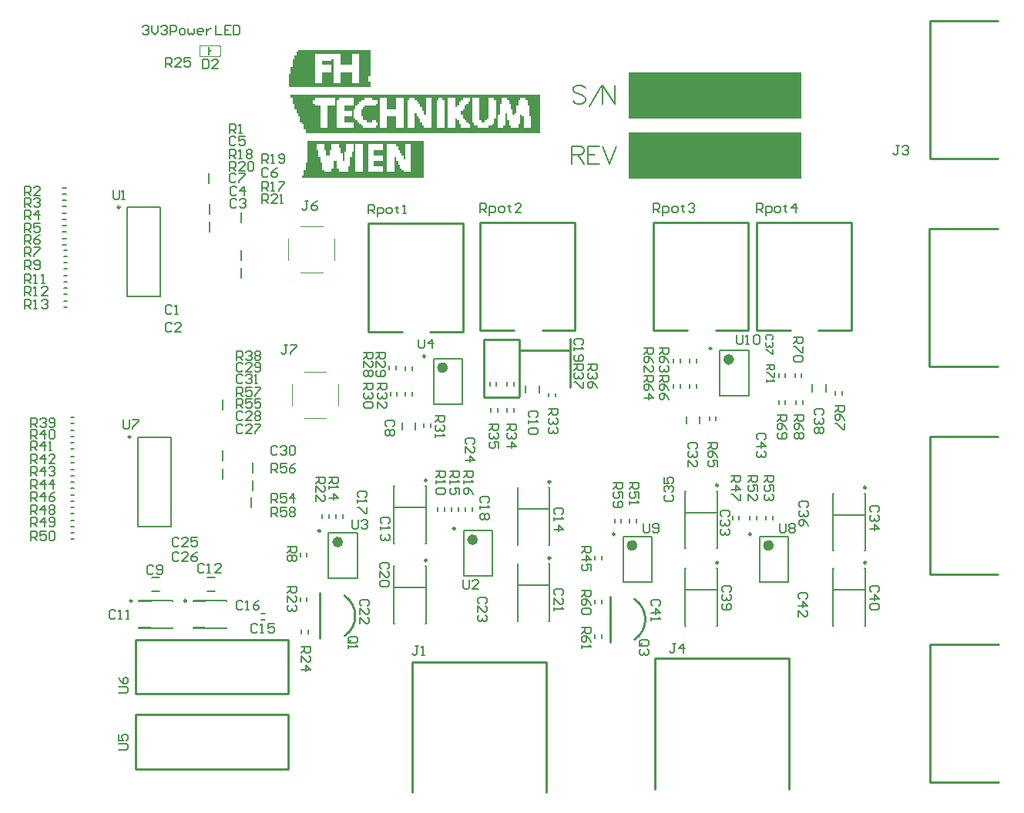
<source format=gbr>
G04 Layer_Color=65535*
%FSLAX43Y43*%
%MOMM*%
%TF.FileFunction,Legend,Top*%
%TF.Part,Single*%
G01*
G75*
%TA.AperFunction,NonConductor*%
%ADD41C,0.254*%
%ADD42C,0.200*%
%ADD43C,0.127*%
%ADD69C,0.250*%
%ADD70C,0.600*%
%ADD71C,0.100*%
%ADD72R,19.050X5.080*%
G36*
X90043Y61951D02*
Y61747D01*
Y61544D01*
Y61341D01*
Y61138D01*
Y60935D01*
Y60731D01*
Y60528D01*
Y60325D01*
Y60122D01*
Y59919D01*
Y59715D01*
Y59512D01*
Y59309D01*
Y59106D01*
Y58903D01*
Y58699D01*
Y58496D01*
Y58293D01*
Y58090D01*
Y57887D01*
X64237D01*
Y58090D01*
Y58293D01*
X64033D01*
Y58496D01*
Y58699D01*
Y58903D01*
X63830D01*
Y59106D01*
X63627D01*
Y59309D01*
Y59512D01*
Y59715D01*
X63424D01*
Y59919D01*
Y60122D01*
X63221D01*
Y60325D01*
Y60528D01*
X63017D01*
Y60731D01*
Y60935D01*
Y61138D01*
X62814D01*
Y61341D01*
Y61544D01*
Y61747D01*
X62611D01*
Y61951D01*
Y62154D01*
X90043D01*
Y61951D01*
D02*
G37*
G36*
X71349Y66827D02*
Y66624D01*
Y66421D01*
Y66218D01*
Y66015D01*
Y65811D01*
Y65608D01*
Y65405D01*
Y65202D01*
Y64999D01*
Y64795D01*
Y64592D01*
Y64389D01*
Y64186D01*
X71145D01*
Y63983D01*
Y63779D01*
Y63576D01*
X71349D01*
Y63373D01*
Y63170D01*
Y62967D01*
X62408D01*
Y63170D01*
Y63373D01*
Y63576D01*
Y63779D01*
Y63983D01*
Y64186D01*
Y64389D01*
X62611D01*
Y64592D01*
Y64795D01*
Y64999D01*
Y65202D01*
X62814D01*
Y65405D01*
Y65608D01*
Y65811D01*
Y66015D01*
X63017D01*
Y66218D01*
Y66421D01*
X63221D01*
Y66624D01*
Y66827D01*
X63424D01*
Y67031D01*
X71349D01*
Y66827D01*
D02*
G37*
G36*
X77241Y56871D02*
Y56667D01*
Y56464D01*
Y56261D01*
Y56058D01*
Y55855D01*
Y55651D01*
Y55448D01*
Y55245D01*
Y55042D01*
Y54839D01*
Y54635D01*
Y54432D01*
Y54229D01*
Y54026D01*
Y53823D01*
Y53619D01*
Y53416D01*
Y53213D01*
Y53010D01*
X63830D01*
Y53213D01*
X64033D01*
Y53416D01*
Y53619D01*
Y53823D01*
X64237D01*
Y54026D01*
Y54229D01*
Y54432D01*
Y54635D01*
X64440D01*
Y54839D01*
Y55042D01*
Y55245D01*
Y55448D01*
Y55651D01*
Y55855D01*
Y56058D01*
Y56261D01*
Y56464D01*
Y56667D01*
Y56871D01*
Y57074D01*
X77241D01*
Y56871D01*
D02*
G37*
%LPC*%
G36*
X67488Y61747D02*
X65253D01*
Y61544D01*
X65049D01*
Y61341D01*
Y61138D01*
X65253D01*
Y60935D01*
X65862D01*
Y60731D01*
Y60528D01*
Y60325D01*
Y60122D01*
Y59919D01*
Y59715D01*
Y59512D01*
Y59309D01*
Y59106D01*
Y58903D01*
Y58699D01*
Y58496D01*
X66675D01*
Y58699D01*
Y58903D01*
Y59106D01*
Y59309D01*
Y59512D01*
Y59715D01*
Y59919D01*
Y60122D01*
Y60325D01*
Y60528D01*
Y60731D01*
Y60935D01*
X67488D01*
Y61138D01*
Y61341D01*
Y61544D01*
Y61747D01*
D02*
G37*
G36*
X69520D02*
X67894D01*
Y61544D01*
X67691D01*
Y61341D01*
Y61138D01*
Y60935D01*
Y60731D01*
Y60528D01*
Y60325D01*
Y60122D01*
Y59919D01*
Y59715D01*
Y59512D01*
Y59309D01*
Y59106D01*
Y58903D01*
Y58699D01*
Y58496D01*
X69520D01*
Y58699D01*
Y58903D01*
Y59106D01*
X68504D01*
Y59309D01*
Y59512D01*
Y59715D01*
X69317D01*
Y59919D01*
Y60122D01*
Y60325D01*
X68504D01*
Y60528D01*
Y60731D01*
Y60935D01*
X69520D01*
Y61138D01*
Y61341D01*
Y61544D01*
Y61747D01*
D02*
G37*
G36*
X75006D02*
X74193D01*
Y61544D01*
Y61341D01*
Y61138D01*
Y60935D01*
Y60731D01*
Y60528D01*
X73177D01*
Y60731D01*
Y60935D01*
Y61138D01*
Y61341D01*
Y61544D01*
Y61747D01*
X72365D01*
Y61544D01*
Y61341D01*
Y61138D01*
Y60935D01*
Y60731D01*
Y60528D01*
Y60325D01*
Y60122D01*
Y59919D01*
Y59715D01*
Y59512D01*
Y59309D01*
Y59106D01*
Y58903D01*
Y58699D01*
Y58496D01*
X73177D01*
Y58699D01*
Y58903D01*
Y59106D01*
Y59309D01*
Y59512D01*
Y59715D01*
X74193D01*
Y59512D01*
Y59309D01*
Y59106D01*
Y58903D01*
Y58699D01*
Y58496D01*
X75006D01*
Y58699D01*
Y58903D01*
Y59106D01*
Y59309D01*
Y59512D01*
Y59715D01*
Y59919D01*
Y60122D01*
Y60325D01*
Y60528D01*
Y60731D01*
Y60935D01*
Y61138D01*
Y61341D01*
Y61544D01*
Y61747D01*
D02*
G37*
G36*
X88417D02*
X87808D01*
Y61544D01*
X87605D01*
Y61341D01*
Y61138D01*
Y60935D01*
X87401D01*
Y60731D01*
Y60528D01*
Y60325D01*
Y60122D01*
X87198D01*
Y59919D01*
X86995D01*
Y60122D01*
Y60325D01*
Y60528D01*
X86792D01*
Y60731D01*
Y60935D01*
Y61138D01*
X86589D01*
Y61341D01*
Y61544D01*
X86385D01*
Y61747D01*
X85776D01*
Y61544D01*
Y61341D01*
Y61138D01*
X85573D01*
Y60935D01*
Y60731D01*
Y60528D01*
Y60325D01*
Y60122D01*
Y59919D01*
X85369D01*
Y59715D01*
Y59512D01*
Y59309D01*
Y59106D01*
Y58903D01*
Y58699D01*
Y58496D01*
X85979D01*
Y58699D01*
X86182D01*
Y58903D01*
Y59106D01*
Y59309D01*
Y59512D01*
Y59715D01*
Y59919D01*
Y60122D01*
X86385D01*
Y59919D01*
Y59715D01*
Y59512D01*
Y59309D01*
X86589D01*
Y59106D01*
Y58903D01*
Y58699D01*
X86792D01*
Y58496D01*
X87605D01*
Y58699D01*
Y58903D01*
X87808D01*
Y59106D01*
Y59309D01*
Y59512D01*
Y59715D01*
Y59919D01*
X88011D01*
Y59715D01*
X88214D01*
Y59512D01*
Y59309D01*
Y59106D01*
Y58903D01*
Y58699D01*
Y58496D01*
X89027D01*
Y58699D01*
Y58903D01*
Y59106D01*
Y59309D01*
Y59512D01*
Y59715D01*
X88824D01*
Y59919D01*
Y60122D01*
Y60325D01*
Y60528D01*
Y60731D01*
Y60935D01*
X88621D01*
Y61138D01*
Y61341D01*
Y61544D01*
X88417D01*
Y61747D01*
D02*
G37*
G36*
X82321D02*
X81509D01*
Y61544D01*
X81305D01*
Y61341D01*
X81102D01*
Y61138D01*
Y60935D01*
X80899D01*
Y60731D01*
X80696D01*
Y60935D01*
Y61138D01*
Y61341D01*
Y61544D01*
Y61747D01*
X79883D01*
Y61544D01*
Y61341D01*
Y61138D01*
Y60935D01*
Y60731D01*
Y60528D01*
Y60325D01*
Y60122D01*
Y59919D01*
Y59715D01*
Y59512D01*
Y59309D01*
Y59106D01*
Y58903D01*
Y58699D01*
Y58496D01*
X80696D01*
Y58699D01*
Y58903D01*
Y59106D01*
Y59309D01*
Y59512D01*
X80899D01*
Y59309D01*
X81102D01*
Y59106D01*
Y58903D01*
X81305D01*
Y58699D01*
Y58496D01*
X82321D01*
Y58699D01*
Y58903D01*
X82118D01*
Y59106D01*
X81915D01*
Y59309D01*
X81712D01*
Y59512D01*
X81509D01*
Y59715D01*
Y59919D01*
X81305D01*
Y60122D01*
Y60325D01*
X81509D01*
Y60528D01*
X81712D01*
Y60731D01*
Y60935D01*
X81915D01*
Y61138D01*
X82118D01*
Y61341D01*
X82321D01*
Y61544D01*
Y61747D01*
D02*
G37*
G36*
X79273D02*
X78867D01*
Y61544D01*
X78664D01*
Y61341D01*
Y61138D01*
Y60935D01*
Y60731D01*
Y60528D01*
Y60325D01*
Y60122D01*
Y59919D01*
Y59715D01*
Y59512D01*
Y59309D01*
Y59106D01*
Y58903D01*
Y58699D01*
Y58496D01*
X79477D01*
Y58699D01*
Y58903D01*
Y59106D01*
Y59309D01*
Y59512D01*
Y59715D01*
Y59919D01*
Y60122D01*
Y60325D01*
Y60528D01*
Y60731D01*
Y60935D01*
Y61138D01*
Y61341D01*
Y61544D01*
X79273D01*
Y61747D01*
D02*
G37*
G36*
X71552D02*
X70739D01*
Y61544D01*
X70333D01*
Y61341D01*
X70129D01*
Y61138D01*
X69926D01*
Y60935D01*
X69723D01*
Y60731D01*
Y60528D01*
X69520D01*
Y60325D01*
Y60122D01*
Y59919D01*
Y59715D01*
Y59512D01*
X69723D01*
Y59309D01*
X69926D01*
Y59106D01*
X70129D01*
Y58903D01*
X70333D01*
Y58699D01*
X70536D01*
Y58496D01*
X71958D01*
Y58699D01*
X72161D01*
Y58903D01*
Y59106D01*
X71958D01*
Y59309D01*
X71552D01*
Y59106D01*
X70942D01*
Y59309D01*
X70536D01*
Y59512D01*
Y59715D01*
X70333D01*
Y59919D01*
Y60122D01*
Y60325D01*
Y60528D01*
X70536D01*
Y60731D01*
X70739D01*
Y60935D01*
X71958D01*
Y61138D01*
X72161D01*
Y61341D01*
Y61544D01*
X71552D01*
Y61747D01*
D02*
G37*
G36*
X78054D02*
X77445D01*
Y61544D01*
Y61341D01*
Y61138D01*
Y60935D01*
Y60731D01*
Y60528D01*
Y60325D01*
Y60122D01*
Y59919D01*
X77241D01*
Y60122D01*
Y60325D01*
X77038D01*
Y60528D01*
Y60731D01*
X76835D01*
Y60935D01*
Y61138D01*
X76632D01*
Y61341D01*
X76429D01*
Y61544D01*
X76225D01*
Y61747D01*
X75616D01*
Y61544D01*
X75413D01*
Y61341D01*
Y61138D01*
Y60935D01*
Y60731D01*
Y60528D01*
Y60325D01*
Y60122D01*
Y59919D01*
Y59715D01*
Y59512D01*
Y59309D01*
Y59106D01*
Y58903D01*
Y58699D01*
Y58496D01*
X76225D01*
Y58699D01*
Y58903D01*
Y59106D01*
Y59309D01*
Y59512D01*
Y59715D01*
Y59919D01*
Y60122D01*
X76429D01*
Y59919D01*
Y59715D01*
X76632D01*
Y59512D01*
X76835D01*
Y59309D01*
Y59106D01*
X77038D01*
Y58903D01*
Y58699D01*
X77241D01*
Y58496D01*
X78054D01*
Y58699D01*
Y58903D01*
Y59106D01*
Y59309D01*
Y59512D01*
Y59715D01*
Y59919D01*
Y60122D01*
Y60325D01*
Y60528D01*
Y60731D01*
Y60935D01*
Y61138D01*
Y61341D01*
Y61544D01*
Y61747D01*
D02*
G37*
G36*
X84963D02*
X84353D01*
Y61544D01*
Y61341D01*
Y61138D01*
Y60935D01*
Y60731D01*
Y60528D01*
Y60325D01*
Y60122D01*
Y59919D01*
Y59715D01*
Y59512D01*
X84150D01*
Y59309D01*
X83947D01*
Y59106D01*
X83541D01*
Y59309D01*
X83337D01*
Y59512D01*
Y59715D01*
Y59919D01*
Y60122D01*
Y60325D01*
Y60528D01*
Y60731D01*
Y60935D01*
Y61138D01*
Y61341D01*
Y61544D01*
Y61747D01*
X82525D01*
Y61544D01*
Y61341D01*
Y61138D01*
Y60935D01*
Y60731D01*
Y60528D01*
Y60325D01*
Y60122D01*
Y59919D01*
Y59715D01*
Y59512D01*
Y59309D01*
Y59106D01*
X82728D01*
Y58903D01*
Y58699D01*
X83134D01*
Y58496D01*
X84353D01*
Y58699D01*
X84760D01*
Y58903D01*
X84963D01*
Y59106D01*
Y59309D01*
Y59512D01*
X85166D01*
Y59715D01*
Y59919D01*
Y60122D01*
Y60325D01*
Y60528D01*
Y60731D01*
Y60935D01*
Y61138D01*
Y61341D01*
Y61544D01*
X84963D01*
Y61747D01*
D02*
G37*
G36*
X70129Y66624D02*
X69317D01*
Y66421D01*
Y66218D01*
Y66015D01*
Y65811D01*
Y65608D01*
Y65405D01*
X68097D01*
Y65608D01*
Y65811D01*
Y66015D01*
Y66218D01*
Y66421D01*
Y66624D01*
X65253D01*
Y66421D01*
Y66218D01*
Y66015D01*
Y65811D01*
Y65608D01*
Y65405D01*
Y65202D01*
Y64999D01*
Y64795D01*
Y64592D01*
Y64389D01*
Y64186D01*
Y63983D01*
Y63779D01*
Y63576D01*
Y63373D01*
X66065D01*
Y63576D01*
Y63779D01*
Y63983D01*
Y64186D01*
Y64389D01*
Y64592D01*
X67081D01*
Y64795D01*
Y64999D01*
Y65202D01*
Y65405D01*
X66065D01*
Y65608D01*
Y65811D01*
X67081D01*
Y66015D01*
X67285D01*
Y65811D01*
Y65608D01*
Y65405D01*
Y65202D01*
Y64999D01*
Y64795D01*
Y64592D01*
Y64389D01*
Y64186D01*
Y63983D01*
Y63779D01*
Y63576D01*
Y63373D01*
X68097D01*
Y63576D01*
Y63779D01*
Y63983D01*
Y64186D01*
Y64389D01*
Y64592D01*
X69317D01*
Y64389D01*
Y64186D01*
Y63983D01*
Y63779D01*
Y63576D01*
Y63373D01*
X70129D01*
Y63576D01*
Y63779D01*
Y63983D01*
Y64186D01*
Y64389D01*
Y64592D01*
Y64795D01*
Y64999D01*
Y65202D01*
Y65405D01*
Y65608D01*
Y65811D01*
Y66015D01*
Y66218D01*
Y66421D01*
Y66624D01*
D02*
G37*
G36*
X75819Y56667D02*
X75209D01*
Y56464D01*
Y56261D01*
Y56058D01*
Y55855D01*
Y55651D01*
Y55448D01*
Y55245D01*
Y55042D01*
X75006D01*
Y55245D01*
Y55448D01*
X74803D01*
Y55651D01*
X74600D01*
Y55855D01*
Y56058D01*
X74397D01*
Y56261D01*
Y56464D01*
X74193D01*
Y56667D01*
X73177D01*
Y56464D01*
Y56261D01*
Y56058D01*
Y55855D01*
Y55651D01*
Y55448D01*
Y55245D01*
Y55042D01*
Y54839D01*
Y54635D01*
Y54432D01*
Y54229D01*
Y54026D01*
Y53823D01*
Y53619D01*
X73990D01*
Y53823D01*
Y54026D01*
Y54229D01*
Y54432D01*
Y54635D01*
Y54839D01*
Y55042D01*
Y55245D01*
X74193D01*
Y55042D01*
Y54839D01*
X74397D01*
Y54635D01*
Y54432D01*
X74600D01*
Y54229D01*
Y54026D01*
X74803D01*
Y53823D01*
X75006D01*
Y53619D01*
X75819D01*
Y53823D01*
Y54026D01*
Y54229D01*
Y54432D01*
Y54635D01*
Y54839D01*
Y55042D01*
Y55245D01*
Y55448D01*
Y55651D01*
Y55855D01*
Y56058D01*
Y56261D01*
Y56464D01*
Y56667D01*
D02*
G37*
G36*
X70536D02*
X69723D01*
Y56464D01*
Y56261D01*
Y56058D01*
Y55855D01*
Y55651D01*
Y55448D01*
Y55245D01*
Y55042D01*
Y54839D01*
Y54635D01*
Y54432D01*
Y54229D01*
Y54026D01*
Y53823D01*
Y53619D01*
X70536D01*
Y53823D01*
Y54026D01*
Y54229D01*
Y54432D01*
Y54635D01*
Y54839D01*
Y55042D01*
Y55245D01*
Y55448D01*
Y55651D01*
Y55855D01*
Y56058D01*
Y56261D01*
Y56464D01*
Y56667D01*
D02*
G37*
G36*
X72771D02*
X71145D01*
Y56464D01*
Y56261D01*
Y56058D01*
Y55855D01*
Y55651D01*
Y55448D01*
Y55245D01*
Y55042D01*
Y54839D01*
Y54635D01*
Y54432D01*
Y54229D01*
Y54026D01*
Y53823D01*
Y53619D01*
X72771D01*
Y53823D01*
Y54026D01*
Y54229D01*
X71755D01*
Y54432D01*
Y54635D01*
Y54839D01*
X72771D01*
Y55042D01*
Y55245D01*
Y55448D01*
X71755D01*
Y55651D01*
Y55855D01*
Y56058D01*
X72771D01*
Y56261D01*
Y56464D01*
Y56667D01*
D02*
G37*
G36*
X69520D02*
X68707D01*
Y56464D01*
Y56261D01*
Y56058D01*
Y55855D01*
X68504D01*
Y55651D01*
Y55448D01*
Y55245D01*
Y55042D01*
Y54839D01*
X68301D01*
Y55042D01*
Y55245D01*
Y55448D01*
Y55651D01*
X68097D01*
Y55855D01*
Y56058D01*
Y56261D01*
X67894D01*
Y56464D01*
Y56667D01*
X67081D01*
Y56464D01*
Y56261D01*
Y56058D01*
X66878D01*
Y55855D01*
Y55651D01*
Y55448D01*
X66472D01*
Y55651D01*
Y55855D01*
Y56058D01*
X66269D01*
Y56261D01*
Y56464D01*
Y56667D01*
X65456D01*
Y56464D01*
Y56261D01*
Y56058D01*
X65659D01*
Y55855D01*
Y55651D01*
Y55448D01*
Y55245D01*
X65862D01*
Y55042D01*
Y54839D01*
Y54635D01*
X66065D01*
Y54432D01*
Y54229D01*
Y54026D01*
Y53823D01*
X66269D01*
Y53619D01*
X67081D01*
Y53823D01*
Y54026D01*
X67285D01*
Y54229D01*
Y54432D01*
Y54635D01*
Y54839D01*
X67691D01*
Y54635D01*
Y54432D01*
Y54229D01*
Y54026D01*
X67894D01*
Y53823D01*
Y53619D01*
X68910D01*
Y53823D01*
Y54026D01*
Y54229D01*
X69113D01*
Y54432D01*
Y54635D01*
Y54839D01*
Y55042D01*
Y55245D01*
X69317D01*
Y55448D01*
Y55651D01*
Y55855D01*
X69520D01*
Y56058D01*
Y56261D01*
Y56464D01*
Y56667D01*
D02*
G37*
%LPD*%
D41*
X100408Y2206D02*
G03*
X100387Y6645I-1528J2212D01*
G01*
X68531Y2587D02*
G03*
X68510Y7026I-1528J2212D01*
G01*
X132866Y1681D02*
X140366D01*
X132866Y-13519D02*
Y1681D01*
Y-13519D02*
X140366D01*
X132816Y24541D02*
X140316D01*
X132816Y9341D02*
Y24541D01*
Y9341D02*
X140316D01*
X132791Y47401D02*
X140291D01*
X132791Y32201D02*
Y47401D01*
Y32201D02*
X140291D01*
X132841Y55061D02*
X140341D01*
X132841D02*
Y70261D01*
X140341D01*
X45579Y-12045D02*
X62329D01*
X45579D02*
Y-6045D01*
X62329D01*
Y-12045D02*
Y-6045D01*
X93345Y29972D02*
Y34036D01*
Y35306D01*
X87757Y34036D02*
X93345D01*
X83820Y35179D02*
X87757D01*
Y28956D02*
Y35179D01*
X87630Y28829D02*
X87757Y28956D01*
X83820Y28829D02*
X87630D01*
X83820D02*
Y35179D01*
X102625Y-14239D02*
Y86D01*
X102650Y111D01*
X117350D01*
X117325Y86D02*
X117350Y111D01*
X117325Y-14239D02*
Y86D01*
X97687Y1945D02*
Y6945D01*
X65810Y2326D02*
Y7326D01*
X45579Y-3790D02*
X62329D01*
X45579D02*
Y2210D01*
X62329D01*
Y-3790D02*
Y2210D01*
X75955Y-14620D02*
Y-295D01*
X75980Y-270D01*
X90680D01*
X90655Y-295D02*
X90680Y-270D01*
X90655Y-14620D02*
Y-295D01*
X71127Y36056D02*
X74827D01*
X71127D02*
Y47956D01*
X72627D01*
X77927Y36056D02*
X81527D01*
Y47956D01*
X72627D02*
X81527D01*
X83446Y36183D02*
X87146D01*
X83446D02*
Y48083D01*
X84946D01*
X90246Y36183D02*
X93846D01*
Y48083D01*
X84946D02*
X93846D01*
X102496Y36183D02*
X106196D01*
X102496D02*
Y48083D01*
X103996D01*
X109296Y36183D02*
X112896D01*
Y48083D01*
X103996D02*
X112896D01*
X113799Y36183D02*
X117499D01*
X113799D02*
Y48083D01*
X115299D01*
X120599Y36183D02*
X124199D01*
Y48083D01*
X115299D02*
X124199D01*
D42*
X109737Y28996D02*
Y33996D01*
X112937Y28996D02*
Y33996D01*
X109737D02*
X112937D01*
X109737Y28996D02*
X112937D01*
X107157Y32681D02*
Y33081D01*
X106457Y32681D02*
Y33081D01*
X104679Y32681D02*
Y33081D01*
X105379Y32681D02*
Y33081D01*
X107157Y29899D02*
Y30299D01*
X106457Y29899D02*
Y30299D01*
X104679Y29899D02*
Y30299D01*
X105379Y29899D02*
Y30299D01*
X106057Y25936D02*
Y26736D01*
X107557Y25936D02*
Y26736D01*
X109316Y26343D02*
Y26743D01*
X108616Y26343D02*
Y26743D01*
X116936Y31042D02*
Y31442D01*
X116236Y31042D02*
Y31442D01*
X118014Y31042D02*
Y31442D01*
X118714Y31042D02*
Y31442D01*
X119900Y29445D02*
Y30245D01*
X121400Y29445D02*
Y30245D01*
X122459Y29137D02*
Y29537D01*
X123159Y29137D02*
Y29537D01*
X118841Y28121D02*
Y28521D01*
X118141Y28121D02*
Y28521D01*
X116936Y28121D02*
Y28521D01*
X116236Y28121D02*
Y28521D01*
X114097Y8549D02*
Y13549D01*
X117297Y8549D02*
Y13549D01*
X114097D02*
X117297D01*
X114097Y8549D02*
X117297D01*
X115539Y15421D02*
Y15821D01*
X114839Y15421D02*
Y15821D01*
X113061Y15421D02*
Y15821D01*
X113761Y15421D02*
Y15821D01*
X111156Y15421D02*
Y15821D01*
X111856Y15421D02*
Y15821D01*
X122202Y18263D02*
X122252D01*
X125652D02*
X125702D01*
X122202Y15913D02*
X125702D01*
X122202Y11963D02*
X122252D01*
X125652D02*
X125702D01*
Y18263D01*
X122202Y11963D02*
Y18263D01*
Y10008D02*
X122252D01*
X125652D02*
X125702D01*
X122202Y7658D02*
X125702D01*
X122202Y3708D02*
X122252D01*
X125652D02*
X125702D01*
Y10008D01*
X122202Y3708D02*
Y10008D01*
X105946Y12217D02*
Y18517D01*
X109446Y12217D02*
Y18517D01*
X109396Y12217D02*
X109446D01*
X105946D02*
X105996D01*
X105946Y16167D02*
X109446D01*
X109396Y18517D02*
X109446D01*
X105946D02*
X105996D01*
X105946Y3708D02*
Y10008D01*
X109446Y3708D02*
Y10008D01*
X109396Y3708D02*
X109446D01*
X105946D02*
X105996D01*
X105946Y7658D02*
X109446D01*
X109396Y10008D02*
X109446D01*
X105946D02*
X105996D01*
X99853Y15040D02*
Y15440D01*
X100553Y15040D02*
Y15440D01*
X98202Y15040D02*
Y15440D01*
X98902Y15040D02*
Y15440D01*
X99111Y8549D02*
Y13549D01*
X102311Y8549D02*
Y13549D01*
X99111D02*
X102311D01*
X99111Y8549D02*
X102311D01*
X96043Y10976D02*
Y11376D01*
X96743Y10976D02*
Y11376D01*
X96743Y6150D02*
Y6550D01*
X96043Y6150D02*
Y6550D01*
Y2352D02*
Y2752D01*
X96743Y2352D02*
Y2752D01*
X67595Y15548D02*
Y15948D01*
X68295Y15548D02*
Y15948D01*
X66071Y15536D02*
Y15936D01*
X66771Y15536D02*
Y15936D01*
X66768Y8930D02*
Y13930D01*
X69968Y8930D02*
Y13930D01*
X66768D02*
X69968D01*
X66768Y8930D02*
X69968D01*
X63658Y11357D02*
Y11757D01*
X64358Y11357D02*
Y11757D01*
X64358Y6404D02*
Y6804D01*
X63658Y6404D02*
Y6804D01*
X63785Y2848D02*
Y3248D01*
X64485Y2848D02*
Y3248D01*
X73942Y3962D02*
Y10262D01*
X77442Y3962D02*
Y10262D01*
X77392Y3962D02*
X77442D01*
X73942D02*
X73992D01*
X73942Y7912D02*
X77442D01*
X77392Y10262D02*
X77442D01*
X73942D02*
X73992D01*
X73942Y19065D02*
X73992D01*
X77392D02*
X77442D01*
X73942Y16715D02*
X77442D01*
X73942Y12765D02*
X73992D01*
X77392D02*
X77442D01*
Y19065D01*
X73942Y12765D02*
Y19065D01*
X81585Y9184D02*
Y14184D01*
X84785Y9184D02*
Y14184D01*
X81585D02*
X84785D01*
X81585Y9184D02*
X84785D01*
X78771Y16310D02*
Y16710D01*
X79471Y16310D02*
Y16710D01*
X80295Y16310D02*
Y16710D01*
X80995Y16310D02*
Y16710D01*
X82519Y16310D02*
Y16710D01*
X81819Y16310D02*
Y16710D01*
X87531Y12598D02*
Y18898D01*
X91031Y12598D02*
Y18898D01*
X90981Y12598D02*
X91031D01*
X87531D02*
X87581D01*
X87531Y16548D02*
X91031D01*
X90981Y18898D02*
X91031D01*
X87531D02*
X87581D01*
X87531Y10516D02*
X87581D01*
X90981D02*
X91031D01*
X87531Y8166D02*
X91031D01*
X87531Y4216D02*
X87581D01*
X90981D02*
X91031D01*
Y10516D01*
X87531Y4216D02*
Y10516D01*
X85186Y30153D02*
Y30553D01*
X84486Y30153D02*
Y30553D01*
X86391Y30153D02*
Y30553D01*
X87091Y30153D02*
Y30553D01*
X88404Y29318D02*
Y30118D01*
X89904Y29318D02*
Y30118D01*
X90963Y28895D02*
Y29295D01*
X91663Y28895D02*
Y29295D01*
X87091Y27232D02*
Y27632D01*
X86391Y27232D02*
Y27632D01*
X85313Y27232D02*
Y27632D01*
X84613Y27232D02*
Y27632D01*
X77947Y25581D02*
Y25981D01*
X77247Y25581D02*
Y25981D01*
X74815Y25254D02*
Y26054D01*
X76315Y25254D02*
Y26054D01*
X75915Y29010D02*
Y29410D01*
X75215Y29010D02*
Y29410D01*
X73564Y29010D02*
Y29410D01*
X74264Y29010D02*
Y29410D01*
X75915Y31804D02*
Y32204D01*
X75215Y31804D02*
Y32204D01*
X73437Y31931D02*
Y32331D01*
X74137Y31931D02*
Y32331D01*
X59363Y5049D02*
X59763D01*
X59363Y4349D02*
X59763D01*
X58293Y16722D02*
Y17822D01*
X58420Y18627D02*
Y19727D01*
Y20532D02*
Y21632D01*
X55118Y19897D02*
Y20997D01*
Y21929D02*
Y23029D01*
Y27517D02*
Y28617D01*
X57188Y41995D02*
Y43095D01*
X57150Y43900D02*
Y45000D01*
X53721Y47075D02*
Y48175D01*
X57150Y48091D02*
Y49191D01*
X53721Y48980D02*
Y50080D01*
X53594Y52409D02*
Y53509D01*
X37531Y51912D02*
X37931D01*
X37531Y51212D02*
X37931D01*
X37519Y50515D02*
X37919D01*
X37519Y49815D02*
X37919D01*
X37519Y49118D02*
X37919D01*
X37519Y48418D02*
X37919D01*
X37519Y47721D02*
X37919D01*
X37519Y47021D02*
X37919D01*
X37519Y46324D02*
X37919D01*
X37519Y45624D02*
X37919D01*
X37646Y45054D02*
X38046D01*
X37646Y44354D02*
X38046D01*
X37646Y43657D02*
X38046D01*
X37646Y42957D02*
X38046D01*
X37658Y42260D02*
X38058D01*
X37658Y41560D02*
X38058D01*
X37646Y40863D02*
X38046D01*
X37646Y40163D02*
X38046D01*
X37658Y39466D02*
X38058D01*
X37658Y38766D02*
X38058D01*
X38420Y26639D02*
X38820D01*
X38420Y25939D02*
X38820D01*
X38420Y25242D02*
X38820D01*
X38420Y24542D02*
X38820D01*
X38408Y23845D02*
X38808D01*
X38408Y23145D02*
X38808D01*
X38420Y22321D02*
X38820D01*
X38420Y21621D02*
X38820D01*
X38420Y20924D02*
X38820D01*
X38420Y20224D02*
X38820D01*
X38408Y19527D02*
X38808D01*
X38408Y18827D02*
X38808D01*
X38408Y18130D02*
X38808D01*
X38408Y17430D02*
X38808D01*
X38408Y16733D02*
X38808D01*
X38408Y16033D02*
X38808D01*
X38408Y15336D02*
X38808D01*
X38408Y14636D02*
X38808D01*
X38408Y13939D02*
X38808D01*
X38408Y13239D02*
X38808D01*
X53596Y66929D02*
X53846D01*
X53596Y66529D02*
Y67329D01*
X45825Y14658D02*
X49425D01*
X45825Y24458D02*
X49425D01*
Y14658D02*
Y24458D01*
X45825Y14658D02*
Y24458D01*
X53448Y7505D02*
X54248D01*
X53448Y9005D02*
X54248D01*
X51871Y3453D02*
X55571D01*
X51871Y6453D02*
X55571D01*
Y3453D02*
Y3503D01*
X51871D02*
X53221D01*
X55571Y6403D02*
Y6453D01*
X51871Y6403D02*
X53221D01*
X47352Y7505D02*
X48152D01*
X47352Y9005D02*
X48152D01*
X45902Y3453D02*
X49602D01*
X45902Y6453D02*
X49602D01*
Y3453D02*
Y3503D01*
X45902D02*
X47252D01*
X49602Y6403D02*
Y6453D01*
X45902Y6403D02*
X47252D01*
X44638Y39920D02*
X48238D01*
X44638Y49720D02*
X48238D01*
Y39920D02*
Y49720D01*
X44638Y39920D02*
Y49720D01*
X78283Y28107D02*
Y33107D01*
X81483Y28107D02*
Y33107D01*
X78283D02*
X81483D01*
X78283Y28107D02*
X81483D01*
X94977Y62842D02*
X94786Y63033D01*
X94501Y63128D01*
X94120D01*
X93834Y63033D01*
X93644Y62842D01*
Y62652D01*
X93739Y62461D01*
X93834Y62366D01*
X94025Y62271D01*
X94596Y62080D01*
X94786Y61985D01*
X94882Y61890D01*
X94977Y61700D01*
Y61414D01*
X94786Y61223D01*
X94501Y61128D01*
X94120D01*
X93834Y61223D01*
X93644Y61414D01*
X95424Y60843D02*
X96757Y63128D01*
X96891D02*
Y61128D01*
Y63128D02*
X98224Y61128D01*
Y63128D02*
Y61128D01*
X93519Y56478D02*
Y54478D01*
Y56478D02*
X94376D01*
X94661Y56383D01*
X94757Y56287D01*
X94852Y56097D01*
Y55906D01*
X94757Y55716D01*
X94661Y55621D01*
X94376Y55526D01*
X93519D01*
X94185D02*
X94852Y54478D01*
X96537Y56478D02*
X95299D01*
Y54478D01*
X96537D01*
X95299Y55526D02*
X96061D01*
X96870Y56478D02*
X97632Y54478D01*
X98394Y56478D02*
X97632Y54478D01*
D43*
X129444Y56499D02*
X129111D01*
X129278D01*
Y55666D01*
X129111Y55499D01*
X128945D01*
X128778Y55666D01*
X129778Y56332D02*
X129944Y56499D01*
X130278D01*
X130444Y56332D01*
Y56165D01*
X130278Y55999D01*
X130111D01*
X130278D01*
X130444Y55832D01*
Y55666D01*
X130278Y55499D01*
X129944D01*
X129778Y55666D01*
X43704Y-9906D02*
X44537D01*
X44704Y-9739D01*
Y-9406D01*
X44537Y-9240D01*
X43704D01*
Y-8240D02*
Y-8906D01*
X44204D01*
X44038Y-8573D01*
Y-8406D01*
X44204Y-8240D01*
X44537D01*
X44704Y-8406D01*
Y-8740D01*
X44537Y-8906D01*
X111633Y35671D02*
Y34838D01*
X111800Y34671D01*
X112133D01*
X112299Y34838D01*
Y35671D01*
X112633Y34671D02*
X112966D01*
X112799D01*
Y35671D01*
X112633Y35504D01*
X113466D02*
X113632Y35671D01*
X113966D01*
X114132Y35504D01*
Y34838D01*
X113966Y34671D01*
X113632D01*
X113466Y34838D01*
Y35504D01*
X103124Y34290D02*
X104124D01*
Y33790D01*
X103957Y33624D01*
X103624D01*
X103457Y33790D01*
Y34290D01*
Y33957D02*
X103124Y33624D01*
X104124Y32624D02*
X103957Y32957D01*
X103624Y33290D01*
X103291D01*
X103124Y33124D01*
Y32790D01*
X103291Y32624D01*
X103457D01*
X103624Y32790D01*
Y33290D01*
X103957Y32291D02*
X104124Y32124D01*
Y31791D01*
X103957Y31624D01*
X103790D01*
X103624Y31791D01*
Y31957D01*
Y31791D01*
X103457Y31624D01*
X103291D01*
X103124Y31791D01*
Y32124D01*
X103291Y32291D01*
X101473Y34290D02*
X102473D01*
Y33790D01*
X102306Y33624D01*
X101973D01*
X101806Y33790D01*
Y34290D01*
Y33957D02*
X101473Y33624D01*
X102473Y32624D02*
X102306Y32957D01*
X101973Y33290D01*
X101640D01*
X101473Y33124D01*
Y32790D01*
X101640Y32624D01*
X101806D01*
X101973Y32790D01*
Y33290D01*
X101473Y31624D02*
Y32291D01*
X102139Y31624D01*
X102306D01*
X102473Y31791D01*
Y32124D01*
X102306Y32291D01*
X103124Y31242D02*
X104124D01*
Y30742D01*
X103957Y30576D01*
X103624D01*
X103457Y30742D01*
Y31242D01*
Y30909D02*
X103124Y30576D01*
X104124Y29576D02*
X103957Y29909D01*
X103624Y30242D01*
X103291D01*
X103124Y30076D01*
Y29742D01*
X103291Y29576D01*
X103457D01*
X103624Y29742D01*
Y30242D01*
X104124Y28576D02*
X103957Y28909D01*
X103624Y29243D01*
X103291D01*
X103124Y29076D01*
Y28743D01*
X103291Y28576D01*
X103457D01*
X103624Y28743D01*
Y29243D01*
X101473Y31242D02*
X102473D01*
Y30742D01*
X102306Y30576D01*
X101973D01*
X101806Y30742D01*
Y31242D01*
Y30909D02*
X101473Y30576D01*
X102473Y29576D02*
X102306Y29909D01*
X101973Y30242D01*
X101640D01*
X101473Y30076D01*
Y29742D01*
X101640Y29576D01*
X101806D01*
X101973Y29742D01*
Y30242D01*
X101473Y28743D02*
X102473D01*
X101973Y29243D01*
Y28576D01*
X107132Y23210D02*
X107299Y23376D01*
Y23709D01*
X107132Y23876D01*
X106466D01*
X106299Y23709D01*
Y23376D01*
X106466Y23210D01*
X107132Y22876D02*
X107299Y22710D01*
Y22376D01*
X107132Y22210D01*
X106965D01*
X106799Y22376D01*
Y22543D01*
Y22376D01*
X106632Y22210D01*
X106466D01*
X106299Y22376D01*
Y22710D01*
X106466Y22876D01*
X106299Y21210D02*
Y21877D01*
X106965Y21210D01*
X107132D01*
X107299Y21377D01*
Y21710D01*
X107132Y21877D01*
X108458Y23876D02*
X109458D01*
Y23376D01*
X109291Y23210D01*
X108958D01*
X108791Y23376D01*
Y23876D01*
Y23543D02*
X108458Y23210D01*
X109458Y22210D02*
X109291Y22543D01*
X108958Y22876D01*
X108625D01*
X108458Y22710D01*
Y22376D01*
X108625Y22210D01*
X108791D01*
X108958Y22376D01*
Y22876D01*
X109458Y21210D02*
Y21877D01*
X108958D01*
X109124Y21543D01*
Y21377D01*
X108958Y21210D01*
X108625D01*
X108458Y21377D01*
Y21710D01*
X108625Y21877D01*
X115474Y35154D02*
X115608Y35287D01*
Y35554D01*
X115474Y35687D01*
X114941D01*
X114808Y35554D01*
Y35287D01*
X114941Y35154D01*
X115474Y34887D02*
X115608Y34754D01*
Y34487D01*
X115474Y34354D01*
X115341D01*
X115208Y34487D01*
Y34621D01*
Y34487D01*
X115075Y34354D01*
X114941D01*
X114808Y34487D01*
Y34754D01*
X114941Y34887D01*
X115608Y34088D02*
Y33554D01*
X115474D01*
X114941Y34088D01*
X114808D01*
X114935Y32385D02*
X115735D01*
Y31985D01*
X115601Y31852D01*
X115335D01*
X115202Y31985D01*
Y32385D01*
Y32118D02*
X114935Y31852D01*
X115735Y31585D02*
Y31052D01*
X115601D01*
X115068Y31585D01*
X114935D01*
Y30786D02*
Y30519D01*
Y30652D01*
X115735D01*
X115601Y30786D01*
X117856Y35433D02*
X118856D01*
Y34933D01*
X118689Y34767D01*
X118356D01*
X118189Y34933D01*
Y35433D01*
Y35100D02*
X117856Y34767D01*
X118856Y34433D02*
Y33767D01*
X118689D01*
X118023Y34433D01*
X117856D01*
X118689Y33434D02*
X118856Y33267D01*
Y32934D01*
X118689Y32767D01*
X118023D01*
X117856Y32934D01*
Y33267D01*
X118023Y33434D01*
X118689D01*
X120975Y26893D02*
X121142Y27059D01*
Y27392D01*
X120975Y27559D01*
X120309D01*
X120142Y27392D01*
Y27059D01*
X120309Y26893D01*
X120975Y26559D02*
X121142Y26393D01*
Y26059D01*
X120975Y25893D01*
X120808D01*
X120642Y26059D01*
Y26226D01*
Y26059D01*
X120475Y25893D01*
X120309D01*
X120142Y26059D01*
Y26393D01*
X120309Y26559D01*
X120975Y25560D02*
X121142Y25393D01*
Y25060D01*
X120975Y24893D01*
X120808D01*
X120642Y25060D01*
X120475Y24893D01*
X120309D01*
X120142Y25060D01*
Y25393D01*
X120309Y25560D01*
X120475D01*
X120642Y25393D01*
X120808Y25560D01*
X120975D01*
X120642Y25393D02*
Y25060D01*
X122428Y27940D02*
X123428D01*
Y27440D01*
X123261Y27274D01*
X122928D01*
X122761Y27440D01*
Y27940D01*
Y27607D02*
X122428Y27274D01*
X123428Y26274D02*
X123261Y26607D01*
X122928Y26940D01*
X122595D01*
X122428Y26774D01*
Y26440D01*
X122595Y26274D01*
X122761D01*
X122928Y26440D01*
Y26940D01*
X123428Y25941D02*
Y25274D01*
X123261D01*
X122595Y25941D01*
X122428D01*
X117983Y26924D02*
X118983D01*
Y26424D01*
X118816Y26258D01*
X118483D01*
X118316Y26424D01*
Y26924D01*
Y26591D02*
X117983Y26258D01*
X118983Y25258D02*
X118816Y25591D01*
X118483Y25924D01*
X118150D01*
X117983Y25758D01*
Y25424D01*
X118150Y25258D01*
X118316D01*
X118483Y25424D01*
Y25924D01*
X118816Y24925D02*
X118983Y24758D01*
Y24425D01*
X118816Y24258D01*
X118649D01*
X118483Y24425D01*
X118316Y24258D01*
X118150D01*
X117983Y24425D01*
Y24758D01*
X118150Y24925D01*
X118316D01*
X118483Y24758D01*
X118649Y24925D01*
X118816D01*
X118483Y24758D02*
Y24425D01*
X116078Y26924D02*
X117078D01*
Y26424D01*
X116911Y26258D01*
X116578D01*
X116411Y26424D01*
Y26924D01*
Y26591D02*
X116078Y26258D01*
X117078Y25258D02*
X116911Y25591D01*
X116578Y25924D01*
X116245D01*
X116078Y25758D01*
Y25424D01*
X116245Y25258D01*
X116411D01*
X116578Y25424D01*
Y25924D01*
X116245Y24925D02*
X116078Y24758D01*
Y24425D01*
X116245Y24258D01*
X116911D01*
X117078Y24425D01*
Y24758D01*
X116911Y24925D01*
X116744D01*
X116578Y24758D01*
Y24258D01*
X114625Y24226D02*
X114792Y24392D01*
Y24725D01*
X114625Y24892D01*
X113959D01*
X113792Y24725D01*
Y24392D01*
X113959Y24226D01*
X113792Y23392D02*
X114792D01*
X114292Y23892D01*
Y23226D01*
X114625Y22893D02*
X114792Y22726D01*
Y22393D01*
X114625Y22226D01*
X114458D01*
X114292Y22393D01*
Y22559D01*
Y22393D01*
X114125Y22226D01*
X113959D01*
X113792Y22393D01*
Y22726D01*
X113959Y22893D01*
X116332Y14970D02*
Y14137D01*
X116499Y13970D01*
X116832D01*
X116998Y14137D01*
Y14970D01*
X117332Y14803D02*
X117498Y14970D01*
X117832D01*
X117998Y14803D01*
Y14636D01*
X117832Y14470D01*
X117998Y14303D01*
Y14137D01*
X117832Y13970D01*
X117498D01*
X117332Y14137D01*
Y14303D01*
X117498Y14470D01*
X117332Y14636D01*
Y14803D01*
X117498Y14470D02*
X117832D01*
X114681Y20193D02*
X115681D01*
Y19693D01*
X115514Y19527D01*
X115181D01*
X115014Y19693D01*
Y20193D01*
Y19860D02*
X114681Y19527D01*
X115681Y18527D02*
Y19193D01*
X115181D01*
X115347Y18860D01*
Y18693D01*
X115181Y18527D01*
X114848D01*
X114681Y18693D01*
Y19027D01*
X114848Y19193D01*
X115514Y18194D02*
X115681Y18027D01*
Y17694D01*
X115514Y17527D01*
X115347D01*
X115181Y17694D01*
Y17860D01*
Y17694D01*
X115014Y17527D01*
X114848D01*
X114681Y17694D01*
Y18027D01*
X114848Y18194D01*
X112903Y20193D02*
X113903D01*
Y19693D01*
X113736Y19527D01*
X113403D01*
X113236Y19693D01*
Y20193D01*
Y19860D02*
X112903Y19527D01*
X113903Y18527D02*
Y19193D01*
X113403D01*
X113569Y18860D01*
Y18693D01*
X113403Y18527D01*
X113070D01*
X112903Y18693D01*
Y19027D01*
X113070Y19193D01*
X112903Y17527D02*
Y18194D01*
X113569Y17527D01*
X113736D01*
X113903Y17694D01*
Y18027D01*
X113736Y18194D01*
X110998Y20193D02*
X111998D01*
Y19693D01*
X111831Y19527D01*
X111498D01*
X111331Y19693D01*
Y20193D01*
Y19860D02*
X110998Y19527D01*
Y18693D02*
X111998D01*
X111498Y19193D01*
Y18527D01*
X111998Y18194D02*
Y17527D01*
X111831D01*
X111165Y18194D01*
X110998D01*
X127071Y16225D02*
X127238Y16391D01*
Y16724D01*
X127071Y16891D01*
X126405D01*
X126238Y16724D01*
Y16391D01*
X126405Y16225D01*
X127071Y15891D02*
X127238Y15725D01*
Y15391D01*
X127071Y15225D01*
X126904D01*
X126738Y15391D01*
Y15558D01*
Y15391D01*
X126571Y15225D01*
X126405D01*
X126238Y15391D01*
Y15725D01*
X126405Y15891D01*
X126238Y14392D02*
X127238D01*
X126738Y14892D01*
Y14225D01*
X119324Y16733D02*
X119491Y16899D01*
Y17232D01*
X119324Y17399D01*
X118658D01*
X118491Y17232D01*
Y16899D01*
X118658Y16733D01*
X119324Y16399D02*
X119491Y16233D01*
Y15899D01*
X119324Y15733D01*
X119157D01*
X118991Y15899D01*
Y16066D01*
Y15899D01*
X118824Y15733D01*
X118658D01*
X118491Y15899D01*
Y16233D01*
X118658Y16399D01*
X119491Y14733D02*
X119324Y15066D01*
X118991Y15400D01*
X118658D01*
X118491Y15233D01*
Y14900D01*
X118658Y14733D01*
X118824D01*
X118991Y14900D01*
Y15400D01*
X127071Y7462D02*
X127238Y7628D01*
Y7961D01*
X127071Y8128D01*
X126405D01*
X126238Y7961D01*
Y7628D01*
X126405Y7462D01*
X126238Y6628D02*
X127238D01*
X126738Y7128D01*
Y6462D01*
X127071Y6129D02*
X127238Y5962D01*
Y5629D01*
X127071Y5462D01*
X126405D01*
X126238Y5629D01*
Y5962D01*
X126405Y6129D01*
X127071D01*
X119197Y6700D02*
X119364Y6866D01*
Y7199D01*
X119197Y7366D01*
X118531D01*
X118364Y7199D01*
Y6866D01*
X118531Y6700D01*
X118364Y5866D02*
X119364D01*
X118864Y6366D01*
Y5700D01*
X118364Y4700D02*
Y5367D01*
X119030Y4700D01*
X119197D01*
X119364Y4867D01*
Y5200D01*
X119197Y5367D01*
X110688Y15717D02*
X110855Y15883D01*
Y16216D01*
X110688Y16383D01*
X110022D01*
X109855Y16216D01*
Y15883D01*
X110022Y15717D01*
X110688Y15383D02*
X110855Y15217D01*
Y14883D01*
X110688Y14717D01*
X110521D01*
X110355Y14883D01*
Y15050D01*
Y14883D01*
X110188Y14717D01*
X110022D01*
X109855Y14883D01*
Y15217D01*
X110022Y15383D01*
X110688Y14384D02*
X110855Y14217D01*
Y13884D01*
X110688Y13717D01*
X110521D01*
X110355Y13884D01*
Y14050D01*
Y13884D01*
X110188Y13717D01*
X110022D01*
X109855Y13884D01*
Y14217D01*
X110022Y14384D01*
X103815Y18065D02*
X103648Y17899D01*
Y17566D01*
X103815Y17399D01*
X104481D01*
X104648Y17566D01*
Y17899D01*
X104481Y18065D01*
X103815Y18399D02*
X103648Y18565D01*
Y18899D01*
X103815Y19065D01*
X103982D01*
X104148Y18899D01*
Y18732D01*
Y18899D01*
X104315Y19065D01*
X104481D01*
X104648Y18899D01*
Y18565D01*
X104481Y18399D01*
X103648Y20065D02*
Y19398D01*
X104148D01*
X103982Y19732D01*
Y19898D01*
X104148Y20065D01*
X104481D01*
X104648Y19898D01*
Y19565D01*
X104481Y19398D01*
X110815Y7462D02*
X110982Y7628D01*
Y7961D01*
X110815Y8128D01*
X110149D01*
X109982Y7961D01*
Y7628D01*
X110149Y7462D01*
X110815Y7128D02*
X110982Y6962D01*
Y6628D01*
X110815Y6462D01*
X110648D01*
X110482Y6628D01*
Y6795D01*
Y6628D01*
X110315Y6462D01*
X110149D01*
X109982Y6628D01*
Y6962D01*
X110149Y7128D01*
Y6129D02*
X109982Y5962D01*
Y5629D01*
X110149Y5462D01*
X110815D01*
X110982Y5629D01*
Y5962D01*
X110815Y6129D01*
X110648D01*
X110482Y5962D01*
Y5462D01*
X103068Y5938D02*
X103235Y6104D01*
Y6437D01*
X103068Y6604D01*
X102402D01*
X102235Y6437D01*
Y6104D01*
X102402Y5938D01*
X102235Y5104D02*
X103235D01*
X102735Y5604D01*
Y4938D01*
X102235Y4605D02*
Y4271D01*
Y4438D01*
X103235D01*
X103068Y4605D01*
X99822Y19431D02*
X100822D01*
Y18931D01*
X100655Y18765D01*
X100322D01*
X100155Y18931D01*
Y19431D01*
Y19098D02*
X99822Y18765D01*
X100822Y17765D02*
Y18431D01*
X100322D01*
X100488Y18098D01*
Y17931D01*
X100322Y17765D01*
X99989D01*
X99822Y17931D01*
Y18265D01*
X99989Y18431D01*
X99822Y17432D02*
Y17098D01*
Y17265D01*
X100822D01*
X100655Y17432D01*
X98044Y19431D02*
X99044D01*
Y18931D01*
X98877Y18765D01*
X98544D01*
X98377Y18931D01*
Y19431D01*
Y19098D02*
X98044Y18765D01*
X99044Y17765D02*
Y18431D01*
X98544D01*
X98710Y18098D01*
Y17931D01*
X98544Y17765D01*
X98211D01*
X98044Y17931D01*
Y18265D01*
X98211Y18431D01*
Y17432D02*
X98044Y17265D01*
Y16932D01*
X98211Y16765D01*
X98877D01*
X99044Y16932D01*
Y17265D01*
X98877Y17432D01*
X98710D01*
X98544Y17265D01*
Y16765D01*
X101346Y14970D02*
Y14137D01*
X101513Y13970D01*
X101846D01*
X102012Y14137D01*
Y14970D01*
X102346Y14137D02*
X102512Y13970D01*
X102846D01*
X103012Y14137D01*
Y14803D01*
X102846Y14970D01*
X102512D01*
X102346Y14803D01*
Y14636D01*
X102512Y14470D01*
X103012D01*
X94615Y12446D02*
X95615D01*
Y11946D01*
X95448Y11780D01*
X95115D01*
X94948Y11946D01*
Y12446D01*
Y12113D02*
X94615Y11780D01*
Y10946D02*
X95615D01*
X95115Y11446D01*
Y10780D01*
X95615Y9780D02*
Y10447D01*
X95115D01*
X95281Y10113D01*
Y9947D01*
X95115Y9780D01*
X94782D01*
X94615Y9947D01*
Y10280D01*
X94782Y10447D01*
X104933Y1762D02*
X104600D01*
X104767D01*
Y929D01*
X104600Y762D01*
X104434D01*
X104267Y929D01*
X105767Y762D02*
Y1762D01*
X105267Y1262D01*
X105933D01*
X101132Y1493D02*
X101798D01*
X101965Y1659D01*
Y1992D01*
X101798Y2159D01*
X101132D01*
X100965Y1992D01*
Y1659D01*
X101298Y1826D02*
X100965Y1493D01*
Y1659D02*
X101132Y1493D01*
X101798Y1159D02*
X101965Y993D01*
Y659D01*
X101798Y493D01*
X101631D01*
X101465Y659D01*
Y826D01*
Y659D01*
X101298Y493D01*
X101132D01*
X100965Y659D01*
Y993D01*
X101132Y1159D01*
X94615Y7620D02*
X95615D01*
Y7120D01*
X95448Y6954D01*
X95115D01*
X94948Y7120D01*
Y7620D01*
Y7287D02*
X94615Y6954D01*
X95615Y5954D02*
X95448Y6287D01*
X95115Y6620D01*
X94782D01*
X94615Y6454D01*
Y6120D01*
X94782Y5954D01*
X94948D01*
X95115Y6120D01*
Y6620D01*
X95448Y5621D02*
X95615Y5454D01*
Y5121D01*
X95448Y4954D01*
X94782D01*
X94615Y5121D01*
Y5454D01*
X94782Y5621D01*
X95448D01*
X94615Y3556D02*
X95615D01*
Y3056D01*
X95448Y2890D01*
X95115D01*
X94948Y3056D01*
Y3556D01*
Y3223D02*
X94615Y2890D01*
X95615Y1890D02*
X95448Y2223D01*
X95115Y2556D01*
X94782D01*
X94615Y2390D01*
Y2056D01*
X94782Y1890D01*
X94948D01*
X95115Y2056D01*
Y2556D01*
X94615Y1557D02*
Y1223D01*
Y1390D01*
X95615D01*
X95448Y1557D01*
X66802Y20066D02*
X67802D01*
Y19566D01*
X67635Y19400D01*
X67302D01*
X67135Y19566D01*
Y20066D01*
Y19733D02*
X66802Y19400D01*
Y19066D02*
Y18733D01*
Y18900D01*
X67802D01*
X67635Y19066D01*
X66802Y17733D02*
X67802D01*
X67302Y18233D01*
Y17567D01*
X65405Y20066D02*
X66405D01*
Y19566D01*
X66238Y19400D01*
X65905D01*
X65738Y19566D01*
Y20066D01*
Y19733D02*
X65405Y19400D01*
Y18400D02*
Y19066D01*
X66071Y18400D01*
X66238D01*
X66405Y18566D01*
Y18900D01*
X66238Y19066D01*
X65405Y17400D02*
Y18067D01*
X66071Y17400D01*
X66238D01*
X66405Y17567D01*
Y17900D01*
X66238Y18067D01*
X69342Y15351D02*
Y14518D01*
X69509Y14351D01*
X69842D01*
X70008Y14518D01*
Y15351D01*
X70342Y15184D02*
X70508Y15351D01*
X70842D01*
X71008Y15184D01*
Y15017D01*
X70842Y14851D01*
X70675D01*
X70842D01*
X71008Y14684D01*
Y14518D01*
X70842Y14351D01*
X70508D01*
X70342Y14518D01*
X62230Y12446D02*
X63230D01*
Y11946D01*
X63063Y11780D01*
X62730D01*
X62563Y11946D01*
Y12446D01*
Y12113D02*
X62230Y11780D01*
X63063Y11446D02*
X63230Y11280D01*
Y10946D01*
X63063Y10780D01*
X62896D01*
X62730Y10946D01*
X62563Y10780D01*
X62397D01*
X62230Y10946D01*
Y11280D01*
X62397Y11446D01*
X62563D01*
X62730Y11280D01*
X62896Y11446D01*
X63063D01*
X62730Y11280D02*
Y10946D01*
X69128Y1874D02*
X69794D01*
X69961Y2040D01*
Y2373D01*
X69794Y2540D01*
X69128D01*
X68961Y2373D01*
Y2040D01*
X69294Y2207D02*
X68961Y1874D01*
Y2040D02*
X69128Y1874D01*
X68961Y1540D02*
Y1207D01*
Y1374D01*
X69961D01*
X69794Y1540D01*
X62230Y8001D02*
X63230D01*
Y7501D01*
X63063Y7335D01*
X62730D01*
X62563Y7501D01*
Y8001D01*
Y7668D02*
X62230Y7335D01*
Y6335D02*
Y7001D01*
X62896Y6335D01*
X63063D01*
X63230Y6501D01*
Y6835D01*
X63063Y7001D01*
Y6002D02*
X63230Y5835D01*
Y5502D01*
X63063Y5335D01*
X62896D01*
X62730Y5502D01*
Y5668D01*
Y5502D01*
X62563Y5335D01*
X62397D01*
X62230Y5502D01*
Y5835D01*
X62397Y6002D01*
X63754Y1397D02*
X64754D01*
Y897D01*
X64587Y731D01*
X64254D01*
X64087Y897D01*
Y1397D01*
Y1064D02*
X63754Y731D01*
Y-269D02*
Y397D01*
X64420Y-269D01*
X64587D01*
X64754Y-103D01*
Y231D01*
X64587Y397D01*
X63754Y-1102D02*
X64754D01*
X64254Y-602D01*
Y-1269D01*
X73223Y10002D02*
X73390Y10168D01*
Y10501D01*
X73223Y10668D01*
X72557D01*
X72390Y10501D01*
Y10168D01*
X72557Y10002D01*
X72390Y9002D02*
Y9668D01*
X73056Y9002D01*
X73223D01*
X73390Y9168D01*
Y9502D01*
X73223Y9668D01*
Y8669D02*
X73390Y8502D01*
Y8169D01*
X73223Y8002D01*
X72557D01*
X72390Y8169D01*
Y8502D01*
X72557Y8669D01*
X73223D01*
X71064Y5938D02*
X71231Y6104D01*
Y6437D01*
X71064Y6604D01*
X70398D01*
X70231Y6437D01*
Y6104D01*
X70398Y5938D01*
X70231Y4938D02*
Y5604D01*
X70897Y4938D01*
X71064D01*
X71231Y5104D01*
Y5438D01*
X71064Y5604D01*
X70231Y3938D02*
Y4605D01*
X70897Y3938D01*
X71064D01*
X71231Y4105D01*
Y4438D01*
X71064Y4605D01*
X73350Y14955D02*
X73517Y15121D01*
Y15454D01*
X73350Y15621D01*
X72684D01*
X72517Y15454D01*
Y15121D01*
X72684Y14955D01*
X72517Y14621D02*
Y14288D01*
Y14455D01*
X73517D01*
X73350Y14621D01*
Y13788D02*
X73517Y13622D01*
Y13288D01*
X73350Y13122D01*
X73183D01*
X73017Y13288D01*
Y13455D01*
Y13288D01*
X72850Y13122D01*
X72684D01*
X72517Y13288D01*
Y13622D01*
X72684Y13788D01*
X70810Y17876D02*
X70977Y18042D01*
Y18375D01*
X70810Y18542D01*
X70144D01*
X69977Y18375D01*
Y18042D01*
X70144Y17876D01*
X69977Y17542D02*
Y17209D01*
Y17376D01*
X70977D01*
X70810Y17542D01*
X70977Y16709D02*
Y16043D01*
X70810D01*
X70144Y16709D01*
X69977D01*
X81534Y8747D02*
Y7914D01*
X81701Y7747D01*
X82034D01*
X82200Y7914D01*
Y8747D01*
X83200Y7747D02*
X82534D01*
X83200Y8413D01*
Y8580D01*
X83034Y8747D01*
X82700D01*
X82534Y8580D01*
X78613Y20701D02*
X79613D01*
Y20201D01*
X79446Y20035D01*
X79113D01*
X78946Y20201D01*
Y20701D01*
Y20368D02*
X78613Y20035D01*
Y19701D02*
Y19368D01*
Y19535D01*
X79613D01*
X79446Y19701D01*
Y18868D02*
X79613Y18702D01*
Y18368D01*
X79446Y18202D01*
X78780D01*
X78613Y18368D01*
Y18702D01*
X78780Y18868D01*
X79446D01*
X80137Y20701D02*
X81137D01*
Y20201D01*
X80970Y20035D01*
X80637D01*
X80470Y20201D01*
Y20701D01*
Y20368D02*
X80137Y20035D01*
Y19701D02*
Y19368D01*
Y19535D01*
X81137D01*
X80970Y19701D01*
X81137Y18202D02*
Y18868D01*
X80637D01*
X80803Y18535D01*
Y18368D01*
X80637Y18202D01*
X80304D01*
X80137Y18368D01*
Y18702D01*
X80304Y18868D01*
X81661Y20701D02*
X82661D01*
Y20201D01*
X82494Y20035D01*
X82161D01*
X81994Y20201D01*
Y20701D01*
Y20368D02*
X81661Y20035D01*
Y19701D02*
Y19368D01*
Y19535D01*
X82661D01*
X82494Y19701D01*
X82661Y18202D02*
X82494Y18535D01*
X82161Y18868D01*
X81828D01*
X81661Y18702D01*
Y18368D01*
X81828Y18202D01*
X81994D01*
X82161Y18368D01*
Y18868D01*
X84272Y17241D02*
X84439Y17407D01*
Y17740D01*
X84272Y17907D01*
X83606D01*
X83439Y17740D01*
Y17407D01*
X83606Y17241D01*
X83439Y16907D02*
Y16574D01*
Y16741D01*
X84439D01*
X84272Y16907D01*
Y16074D02*
X84439Y15908D01*
Y15574D01*
X84272Y15408D01*
X84105D01*
X83939Y15574D01*
X83772Y15408D01*
X83606D01*
X83439Y15574D01*
Y15908D01*
X83606Y16074D01*
X83772D01*
X83939Y15908D01*
X84105Y16074D01*
X84272D01*
X83939Y15908D02*
Y15574D01*
X92400Y15971D02*
X92567Y16137D01*
Y16470D01*
X92400Y16637D01*
X91734D01*
X91567Y16470D01*
Y16137D01*
X91734Y15971D01*
X91567Y15637D02*
Y15304D01*
Y15471D01*
X92567D01*
X92400Y15637D01*
X91567Y14304D02*
X92567D01*
X92067Y14804D01*
Y14138D01*
X92400Y7081D02*
X92567Y7247D01*
Y7580D01*
X92400Y7747D01*
X91734D01*
X91567Y7580D01*
Y7247D01*
X91734Y7081D01*
X91567Y6081D02*
Y6747D01*
X92233Y6081D01*
X92400D01*
X92567Y6247D01*
Y6581D01*
X92400Y6747D01*
X91567Y5748D02*
Y5414D01*
Y5581D01*
X92567D01*
X92400Y5748D01*
X84018Y6192D02*
X84185Y6358D01*
Y6691D01*
X84018Y6858D01*
X83352D01*
X83185Y6691D01*
Y6358D01*
X83352Y6192D01*
X83185Y5192D02*
Y5858D01*
X83851Y5192D01*
X84018D01*
X84185Y5358D01*
Y5692D01*
X84018Y5858D01*
Y4859D02*
X84185Y4692D01*
Y4359D01*
X84018Y4192D01*
X83851D01*
X83685Y4359D01*
Y4525D01*
Y4359D01*
X83518Y4192D01*
X83352D01*
X83185Y4359D01*
Y4692D01*
X83352Y4859D01*
X93726Y32512D02*
X94726D01*
Y32012D01*
X94559Y31846D01*
X94226D01*
X94059Y32012D01*
Y32512D01*
Y32179D02*
X93726Y31846D01*
X94559Y31512D02*
X94726Y31346D01*
Y31012D01*
X94559Y30846D01*
X94392D01*
X94226Y31012D01*
Y31179D01*
Y31012D01*
X94059Y30846D01*
X93893D01*
X93726Y31012D01*
Y31346D01*
X93893Y31512D01*
X94726Y30513D02*
Y29846D01*
X94559D01*
X93893Y30513D01*
X93726D01*
X95250Y32512D02*
X96250D01*
Y32012D01*
X96083Y31846D01*
X95750D01*
X95583Y32012D01*
Y32512D01*
Y32179D02*
X95250Y31846D01*
X96083Y31512D02*
X96250Y31346D01*
Y31012D01*
X96083Y30846D01*
X95916D01*
X95750Y31012D01*
Y31179D01*
Y31012D01*
X95583Y30846D01*
X95417D01*
X95250Y31012D01*
Y31346D01*
X95417Y31512D01*
X96250Y29846D02*
X96083Y30179D01*
X95750Y30513D01*
X95417D01*
X95250Y30346D01*
Y30013D01*
X95417Y29846D01*
X95583D01*
X95750Y30013D01*
Y30513D01*
X89606Y26639D02*
X89773Y26805D01*
Y27138D01*
X89606Y27305D01*
X88940D01*
X88773Y27138D01*
Y26805D01*
X88940Y26639D01*
X88773Y26305D02*
Y25972D01*
Y26139D01*
X89773D01*
X89606Y26305D01*
Y25472D02*
X89773Y25306D01*
Y24972D01*
X89606Y24806D01*
X88940D01*
X88773Y24972D01*
Y25306D01*
X88940Y25472D01*
X89606D01*
X90932Y27559D02*
X91932D01*
Y27059D01*
X91765Y26893D01*
X91432D01*
X91265Y27059D01*
Y27559D01*
Y27226D02*
X90932Y26893D01*
X91765Y26559D02*
X91932Y26393D01*
Y26059D01*
X91765Y25893D01*
X91598D01*
X91432Y26059D01*
Y26226D01*
Y26059D01*
X91265Y25893D01*
X91099D01*
X90932Y26059D01*
Y26393D01*
X91099Y26559D01*
X91765Y25560D02*
X91932Y25393D01*
Y25060D01*
X91765Y24893D01*
X91598D01*
X91432Y25060D01*
Y25226D01*
Y25060D01*
X91265Y24893D01*
X91099D01*
X90932Y25060D01*
Y25393D01*
X91099Y25560D01*
X86360Y25908D02*
X87360D01*
Y25408D01*
X87193Y25242D01*
X86860D01*
X86693Y25408D01*
Y25908D01*
Y25575D02*
X86360Y25242D01*
X87193Y24908D02*
X87360Y24742D01*
Y24408D01*
X87193Y24242D01*
X87026D01*
X86860Y24408D01*
Y24575D01*
Y24408D01*
X86693Y24242D01*
X86527D01*
X86360Y24408D01*
Y24742D01*
X86527Y24908D01*
X86360Y23409D02*
X87360D01*
X86860Y23909D01*
Y23242D01*
X84455Y25908D02*
X85455D01*
Y25408D01*
X85288Y25242D01*
X84955D01*
X84788Y25408D01*
Y25908D01*
Y25575D02*
X84455Y25242D01*
X85288Y24908D02*
X85455Y24742D01*
Y24408D01*
X85288Y24242D01*
X85121D01*
X84955Y24408D01*
Y24575D01*
Y24408D01*
X84788Y24242D01*
X84622D01*
X84455Y24408D01*
Y24742D01*
X84622Y24908D01*
X85455Y23242D02*
Y23909D01*
X84955D01*
X85121Y23575D01*
Y23409D01*
X84955Y23242D01*
X84622D01*
X84455Y23409D01*
Y23742D01*
X84622Y23909D01*
X94559Y34640D02*
X94726Y34806D01*
Y35139D01*
X94559Y35306D01*
X93893D01*
X93726Y35139D01*
Y34806D01*
X93893Y34640D01*
X93726Y34306D02*
Y33973D01*
Y34140D01*
X94726D01*
X94559Y34306D01*
X93893Y33473D02*
X93726Y33307D01*
Y32973D01*
X93893Y32807D01*
X94559D01*
X94726Y32973D01*
Y33307D01*
X94559Y33473D01*
X94392D01*
X94226Y33307D01*
Y32807D01*
X82621Y23718D02*
X82788Y23884D01*
Y24217D01*
X82621Y24384D01*
X81955D01*
X81788Y24217D01*
Y23884D01*
X81955Y23718D01*
X81788Y22718D02*
Y23384D01*
X82454Y22718D01*
X82621D01*
X82788Y22884D01*
Y23218D01*
X82621Y23384D01*
X81788Y21885D02*
X82788D01*
X82288Y22385D01*
Y21718D01*
X78486Y26797D02*
X79486D01*
Y26297D01*
X79319Y26131D01*
X78986D01*
X78819Y26297D01*
Y26797D01*
Y26464D02*
X78486Y26131D01*
X79319Y25797D02*
X79486Y25631D01*
Y25297D01*
X79319Y25131D01*
X79152D01*
X78986Y25297D01*
Y25464D01*
Y25297D01*
X78819Y25131D01*
X78653D01*
X78486Y25297D01*
Y25631D01*
X78653Y25797D01*
X78486Y24798D02*
Y24464D01*
Y24631D01*
X79486D01*
X79319Y24798D01*
X73858Y25623D02*
X74025Y25789D01*
Y26122D01*
X73858Y26289D01*
X73192D01*
X73025Y26122D01*
Y25789D01*
X73192Y25623D01*
X73858Y25289D02*
X74025Y25123D01*
Y24789D01*
X73858Y24623D01*
X73691D01*
X73525Y24789D01*
X73358Y24623D01*
X73192D01*
X73025Y24789D01*
Y25123D01*
X73192Y25289D01*
X73358D01*
X73525Y25123D01*
X73691Y25289D01*
X73858D01*
X73525Y25123D02*
Y24789D01*
X72136Y30353D02*
X73136D01*
Y29853D01*
X72969Y29687D01*
X72636D01*
X72469Y29853D01*
Y30353D01*
Y30020D02*
X72136Y29687D01*
X72969Y29353D02*
X73136Y29187D01*
Y28853D01*
X72969Y28687D01*
X72802D01*
X72636Y28853D01*
Y29020D01*
Y28853D01*
X72469Y28687D01*
X72303D01*
X72136Y28853D01*
Y29187D01*
X72303Y29353D01*
X72136Y27687D02*
Y28354D01*
X72802Y27687D01*
X72969D01*
X73136Y27854D01*
Y28187D01*
X72969Y28354D01*
X70612Y30353D02*
X71612D01*
Y29853D01*
X71445Y29687D01*
X71112D01*
X70945Y29853D01*
Y30353D01*
Y30020D02*
X70612Y29687D01*
X71445Y29353D02*
X71612Y29187D01*
Y28853D01*
X71445Y28687D01*
X71278D01*
X71112Y28853D01*
Y29020D01*
Y28853D01*
X70945Y28687D01*
X70779D01*
X70612Y28853D01*
Y29187D01*
X70779Y29353D01*
X71445Y28354D02*
X71612Y28187D01*
Y27854D01*
X71445Y27687D01*
X70779D01*
X70612Y27854D01*
Y28187D01*
X70779Y28354D01*
X71445D01*
X72009Y33782D02*
X73009D01*
Y33282D01*
X72842Y33116D01*
X72509D01*
X72342Y33282D01*
Y33782D01*
Y33449D02*
X72009Y33116D01*
Y32116D02*
Y32782D01*
X72675Y32116D01*
X72842D01*
X73009Y32282D01*
Y32616D01*
X72842Y32782D01*
X72176Y31783D02*
X72009Y31616D01*
Y31283D01*
X72176Y31116D01*
X72842D01*
X73009Y31283D01*
Y31616D01*
X72842Y31783D01*
X72675D01*
X72509Y31616D01*
Y31116D01*
X70612Y33782D02*
X71612D01*
Y33282D01*
X71445Y33116D01*
X71112D01*
X70945Y33282D01*
Y33782D01*
Y33449D02*
X70612Y33116D01*
Y32116D02*
Y32782D01*
X71278Y32116D01*
X71445D01*
X71612Y32282D01*
Y32616D01*
X71445Y32782D01*
Y31783D02*
X71612Y31616D01*
Y31283D01*
X71445Y31116D01*
X71278D01*
X71112Y31283D01*
X70945Y31116D01*
X70779D01*
X70612Y31283D01*
Y31616D01*
X70779Y31783D01*
X70945D01*
X71112Y31616D01*
X71278Y31783D01*
X71445D01*
X71112Y31616D02*
Y31283D01*
X58959Y3754D02*
X58793Y3921D01*
X58460D01*
X58293Y3754D01*
Y3088D01*
X58460Y2921D01*
X58793D01*
X58959Y3088D01*
X59293Y2921D02*
X59626D01*
X59459D01*
Y3921D01*
X59293Y3754D01*
X60792Y3921D02*
X60126D01*
Y3421D01*
X60459Y3587D01*
X60626D01*
X60792Y3421D01*
Y3088D01*
X60626Y2921D01*
X60292D01*
X60126Y3088D01*
X50323Y13279D02*
X50157Y13446D01*
X49824D01*
X49657Y13279D01*
Y12613D01*
X49824Y12446D01*
X50157D01*
X50323Y12613D01*
X51323Y12446D02*
X50657D01*
X51323Y13112D01*
Y13279D01*
X51157Y13446D01*
X50823D01*
X50657Y13279D01*
X52323Y13446D02*
X51656D01*
Y12946D01*
X51990Y13112D01*
X52156D01*
X52323Y12946D01*
Y12613D01*
X52156Y12446D01*
X51823D01*
X51656Y12613D01*
X50323Y11628D02*
X50157Y11795D01*
X49824D01*
X49657Y11628D01*
Y10962D01*
X49824Y10795D01*
X50157D01*
X50323Y10962D01*
X51323Y10795D02*
X50657D01*
X51323Y11461D01*
Y11628D01*
X51157Y11795D01*
X50823D01*
X50657Y11628D01*
X52323Y11795D02*
X51990Y11628D01*
X51656Y11295D01*
Y10962D01*
X51823Y10795D01*
X52156D01*
X52323Y10962D01*
Y11128D01*
X52156Y11295D01*
X51656D01*
X60452Y15748D02*
Y16748D01*
X60952D01*
X61118Y16581D01*
Y16248D01*
X60952Y16081D01*
X60452D01*
X60785D02*
X61118Y15748D01*
X62118Y16748D02*
X61452D01*
Y16248D01*
X61785Y16414D01*
X61952D01*
X62118Y16248D01*
Y15915D01*
X61952Y15748D01*
X61618D01*
X61452Y15915D01*
X62451Y16581D02*
X62618Y16748D01*
X62951D01*
X63118Y16581D01*
Y16414D01*
X62951Y16248D01*
X63118Y16081D01*
Y15915D01*
X62951Y15748D01*
X62618D01*
X62451Y15915D01*
Y16081D01*
X62618Y16248D01*
X62451Y16414D01*
Y16581D01*
X62618Y16248D02*
X62951D01*
X60452Y17272D02*
Y18272D01*
X60952D01*
X61118Y18105D01*
Y17772D01*
X60952Y17605D01*
X60452D01*
X60785D02*
X61118Y17272D01*
X62118Y18272D02*
X61452D01*
Y17772D01*
X61785Y17938D01*
X61952D01*
X62118Y17772D01*
Y17439D01*
X61952Y17272D01*
X61618D01*
X61452Y17439D01*
X62951Y17272D02*
Y18272D01*
X62451Y17772D01*
X63118D01*
X60452Y20574D02*
Y21574D01*
X60952D01*
X61118Y21407D01*
Y21074D01*
X60952Y20907D01*
X60452D01*
X60785D02*
X61118Y20574D01*
X62118Y21574D02*
X61452D01*
Y21074D01*
X61785Y21240D01*
X61952D01*
X62118Y21074D01*
Y20741D01*
X61952Y20574D01*
X61618D01*
X61452Y20741D01*
X63118Y21574D02*
X62785Y21407D01*
X62451Y21074D01*
Y20741D01*
X62618Y20574D01*
X62951D01*
X63118Y20741D01*
Y20907D01*
X62951Y21074D01*
X62451D01*
X57308Y25725D02*
X57142Y25892D01*
X56809D01*
X56642Y25725D01*
Y25059D01*
X56809Y24892D01*
X57142D01*
X57308Y25059D01*
X58308Y24892D02*
X57642D01*
X58308Y25558D01*
Y25725D01*
X58142Y25892D01*
X57808D01*
X57642Y25725D01*
X58641Y25892D02*
X59308D01*
Y25725D01*
X58641Y25059D01*
Y24892D01*
X61118Y23312D02*
X60952Y23479D01*
X60619D01*
X60452Y23312D01*
Y22646D01*
X60619Y22479D01*
X60952D01*
X61118Y22646D01*
X61452Y23312D02*
X61618Y23479D01*
X61952D01*
X62118Y23312D01*
Y23145D01*
X61952Y22979D01*
X61785D01*
X61952D01*
X62118Y22812D01*
Y22646D01*
X61952Y22479D01*
X61618D01*
X61452Y22646D01*
X62451Y23312D02*
X62618Y23479D01*
X62951D01*
X63118Y23312D01*
Y22646D01*
X62951Y22479D01*
X62618D01*
X62451Y22646D01*
Y23312D01*
X57308Y27122D02*
X57142Y27289D01*
X56809D01*
X56642Y27122D01*
Y26456D01*
X56809Y26289D01*
X57142D01*
X57308Y26456D01*
X58308Y26289D02*
X57642D01*
X58308Y26955D01*
Y27122D01*
X58142Y27289D01*
X57808D01*
X57642Y27122D01*
X58641D02*
X58808Y27289D01*
X59141D01*
X59308Y27122D01*
Y26955D01*
X59141Y26789D01*
X59308Y26622D01*
Y26456D01*
X59141Y26289D01*
X58808D01*
X58641Y26456D01*
Y26622D01*
X58808Y26789D01*
X58641Y26955D01*
Y27122D01*
X58808Y26789D02*
X59141D01*
X56642Y27686D02*
Y28686D01*
X57142D01*
X57308Y28519D01*
Y28186D01*
X57142Y28019D01*
X56642D01*
X56975D02*
X57308Y27686D01*
X58308Y28686D02*
X57642D01*
Y28186D01*
X57975Y28352D01*
X58142D01*
X58308Y28186D01*
Y27853D01*
X58142Y27686D01*
X57808D01*
X57642Y27853D01*
X59308Y28686D02*
X58641D01*
Y28186D01*
X58975Y28352D01*
X59141D01*
X59308Y28186D01*
Y27853D01*
X59141Y27686D01*
X58808D01*
X58641Y27853D01*
X56642Y28956D02*
Y29956D01*
X57142D01*
X57308Y29789D01*
Y29456D01*
X57142Y29289D01*
X56642D01*
X56975D02*
X57308Y28956D01*
X58308Y29956D02*
X57642D01*
Y29456D01*
X57975Y29622D01*
X58142D01*
X58308Y29456D01*
Y29123D01*
X58142Y28956D01*
X57808D01*
X57642Y29123D01*
X58641Y29956D02*
X59308D01*
Y29789D01*
X58641Y29123D01*
Y28956D01*
X57308Y31186D02*
X57142Y31353D01*
X56809D01*
X56642Y31186D01*
Y30520D01*
X56809Y30353D01*
X57142D01*
X57308Y30520D01*
X57642Y31186D02*
X57808Y31353D01*
X58142D01*
X58308Y31186D01*
Y31019D01*
X58142Y30853D01*
X57975D01*
X58142D01*
X58308Y30686D01*
Y30520D01*
X58142Y30353D01*
X57808D01*
X57642Y30520D01*
X58641Y30353D02*
X58975D01*
X58808D01*
Y31353D01*
X58641Y31186D01*
X57308Y32456D02*
X57142Y32623D01*
X56809D01*
X56642Y32456D01*
Y31790D01*
X56809Y31623D01*
X57142D01*
X57308Y31790D01*
X58308Y31623D02*
X57642D01*
X58308Y32289D01*
Y32456D01*
X58142Y32623D01*
X57808D01*
X57642Y32456D01*
X58641Y31790D02*
X58808Y31623D01*
X59141D01*
X59308Y31790D01*
Y32456D01*
X59141Y32623D01*
X58808D01*
X58641Y32456D01*
Y32289D01*
X58808Y32123D01*
X59308D01*
X56642Y32893D02*
Y33893D01*
X57142D01*
X57308Y33726D01*
Y33393D01*
X57142Y33226D01*
X56642D01*
X56975D02*
X57308Y32893D01*
X57642Y33726D02*
X57808Y33893D01*
X58142D01*
X58308Y33726D01*
Y33559D01*
X58142Y33393D01*
X57975D01*
X58142D01*
X58308Y33226D01*
Y33060D01*
X58142Y32893D01*
X57808D01*
X57642Y33060D01*
X58641Y33726D02*
X58808Y33893D01*
X59141D01*
X59308Y33726D01*
Y33559D01*
X59141Y33393D01*
X59308Y33226D01*
Y33060D01*
X59141Y32893D01*
X58808D01*
X58641Y33060D01*
Y33226D01*
X58808Y33393D01*
X58641Y33559D01*
Y33726D01*
X58808Y33393D02*
X59141D01*
X49561Y38806D02*
X49395Y38973D01*
X49062D01*
X48895Y38806D01*
Y38140D01*
X49062Y37973D01*
X49395D01*
X49561Y38140D01*
X49895Y37973D02*
X50228D01*
X50061D01*
Y38973D01*
X49895Y38806D01*
X49561Y36901D02*
X49395Y37068D01*
X49062D01*
X48895Y36901D01*
Y36235D01*
X49062Y36068D01*
X49395D01*
X49561Y36235D01*
X50561Y36068D02*
X49895D01*
X50561Y36734D01*
Y36901D01*
X50395Y37068D01*
X50061D01*
X49895Y36901D01*
X59436Y50165D02*
Y51165D01*
X59936D01*
X60102Y50998D01*
Y50665D01*
X59936Y50498D01*
X59436D01*
X59769D02*
X60102Y50165D01*
X61102D02*
X60436D01*
X61102Y50831D01*
Y50998D01*
X60936Y51165D01*
X60602D01*
X60436Y50998D01*
X61435Y50165D02*
X61769D01*
X61602D01*
Y51165D01*
X61435Y50998D01*
X59436Y51562D02*
Y52562D01*
X59936D01*
X60102Y52395D01*
Y52062D01*
X59936Y51895D01*
X59436D01*
X59769D02*
X60102Y51562D01*
X60436D02*
X60769D01*
X60602D01*
Y52562D01*
X60436Y52395D01*
X61269Y52562D02*
X61935D01*
Y52395D01*
X61269Y51729D01*
Y51562D01*
X60102Y53919D02*
X59936Y54086D01*
X59603D01*
X59436Y53919D01*
Y53253D01*
X59603Y53086D01*
X59936D01*
X60102Y53253D01*
X61102Y54086D02*
X60769Y53919D01*
X60436Y53586D01*
Y53253D01*
X60602Y53086D01*
X60936D01*
X61102Y53253D01*
Y53419D01*
X60936Y53586D01*
X60436D01*
X64547Y50403D02*
X64214D01*
X64381D01*
Y49570D01*
X64214Y49403D01*
X64048D01*
X63881Y49570D01*
X65547Y50403D02*
X65214Y50236D01*
X64881Y49903D01*
Y49570D01*
X65047Y49403D01*
X65381D01*
X65547Y49570D01*
Y49736D01*
X65381Y49903D01*
X64881D01*
X56673Y50490D02*
X56507Y50657D01*
X56174D01*
X56007Y50490D01*
Y49824D01*
X56174Y49657D01*
X56507D01*
X56673Y49824D01*
X57007Y50490D02*
X57173Y50657D01*
X57507D01*
X57673Y50490D01*
Y50323D01*
X57507Y50157D01*
X57340D01*
X57507D01*
X57673Y49990D01*
Y49824D01*
X57507Y49657D01*
X57173D01*
X57007Y49824D01*
X56673Y51887D02*
X56507Y52054D01*
X56174D01*
X56007Y51887D01*
Y51221D01*
X56174Y51054D01*
X56507D01*
X56673Y51221D01*
X57507Y51054D02*
Y52054D01*
X57007Y51554D01*
X57673D01*
X56546Y53284D02*
X56380Y53451D01*
X56047D01*
X55880Y53284D01*
Y52618D01*
X56047Y52451D01*
X56380D01*
X56546Y52618D01*
X56880Y53451D02*
X57546D01*
Y53284D01*
X56880Y52618D01*
Y52451D01*
X55880Y53721D02*
Y54721D01*
X56380D01*
X56546Y54554D01*
Y54221D01*
X56380Y54054D01*
X55880D01*
X56213D02*
X56546Y53721D01*
X57546D02*
X56880D01*
X57546Y54387D01*
Y54554D01*
X57380Y54721D01*
X57046D01*
X56880Y54554D01*
X57879D02*
X58046Y54721D01*
X58379D01*
X58546Y54554D01*
Y53888D01*
X58379Y53721D01*
X58046D01*
X57879Y53888D01*
Y54554D01*
X59436Y54610D02*
Y55610D01*
X59936D01*
X60102Y55443D01*
Y55110D01*
X59936Y54943D01*
X59436D01*
X59769D02*
X60102Y54610D01*
X60436D02*
X60769D01*
X60602D01*
Y55610D01*
X60436Y55443D01*
X61269Y54777D02*
X61435Y54610D01*
X61769D01*
X61935Y54777D01*
Y55443D01*
X61769Y55610D01*
X61435D01*
X61269Y55443D01*
Y55276D01*
X61435Y55110D01*
X61935D01*
X55880Y55118D02*
Y56118D01*
X56380D01*
X56546Y55951D01*
Y55618D01*
X56380Y55451D01*
X55880D01*
X56213D02*
X56546Y55118D01*
X56880D02*
X57213D01*
X57046D01*
Y56118D01*
X56880Y55951D01*
X57713D02*
X57879Y56118D01*
X58213D01*
X58379Y55951D01*
Y55784D01*
X58213Y55618D01*
X58379Y55451D01*
Y55285D01*
X58213Y55118D01*
X57879D01*
X57713Y55285D01*
Y55451D01*
X57879Y55618D01*
X57713Y55784D01*
Y55951D01*
X57879Y55618D02*
X58213D01*
X56546Y57348D02*
X56380Y57515D01*
X56047D01*
X55880Y57348D01*
Y56682D01*
X56047Y56515D01*
X56380D01*
X56546Y56682D01*
X57546Y57515D02*
X56880D01*
Y57015D01*
X57213Y57181D01*
X57380D01*
X57546Y57015D01*
Y56682D01*
X57380Y56515D01*
X57046D01*
X56880Y56682D01*
X55880Y57912D02*
Y58912D01*
X56380D01*
X56546Y58745D01*
Y58412D01*
X56380Y58245D01*
X55880D01*
X56213D02*
X56546Y57912D01*
X56880D02*
X57213D01*
X57046D01*
Y58912D01*
X56880Y58745D01*
X33401Y51054D02*
Y52054D01*
X33901D01*
X34067Y51887D01*
Y51554D01*
X33901Y51387D01*
X33401D01*
X33734D02*
X34067Y51054D01*
X35067D02*
X34401D01*
X35067Y51720D01*
Y51887D01*
X34901Y52054D01*
X34567D01*
X34401Y51887D01*
X33401Y49784D02*
Y50784D01*
X33901D01*
X34067Y50617D01*
Y50284D01*
X33901Y50117D01*
X33401D01*
X33734D02*
X34067Y49784D01*
X34401Y50617D02*
X34567Y50784D01*
X34901D01*
X35067Y50617D01*
Y50450D01*
X34901Y50284D01*
X34734D01*
X34901D01*
X35067Y50117D01*
Y49951D01*
X34901Y49784D01*
X34567D01*
X34401Y49951D01*
X33401Y48387D02*
Y49387D01*
X33901D01*
X34067Y49220D01*
Y48887D01*
X33901Y48720D01*
X33401D01*
X33734D02*
X34067Y48387D01*
X34901D02*
Y49387D01*
X34401Y48887D01*
X35067D01*
X33401Y46990D02*
Y47990D01*
X33901D01*
X34067Y47823D01*
Y47490D01*
X33901Y47323D01*
X33401D01*
X33734D02*
X34067Y46990D01*
X35067Y47990D02*
X34401D01*
Y47490D01*
X34734Y47656D01*
X34901D01*
X35067Y47490D01*
Y47157D01*
X34901Y46990D01*
X34567D01*
X34401Y47157D01*
X33401Y45720D02*
Y46720D01*
X33901D01*
X34067Y46553D01*
Y46220D01*
X33901Y46053D01*
X33401D01*
X33734D02*
X34067Y45720D01*
X35067Y46720D02*
X34734Y46553D01*
X34401Y46220D01*
Y45887D01*
X34567Y45720D01*
X34901D01*
X35067Y45887D01*
Y46053D01*
X34901Y46220D01*
X34401D01*
X33401Y44323D02*
Y45323D01*
X33901D01*
X34067Y45156D01*
Y44823D01*
X33901Y44656D01*
X33401D01*
X33734D02*
X34067Y44323D01*
X34401Y45323D02*
X35067D01*
Y45156D01*
X34401Y44490D01*
Y44323D01*
X33401Y42926D02*
Y43926D01*
X33901D01*
X34067Y43759D01*
Y43426D01*
X33901Y43259D01*
X33401D01*
X33734D02*
X34067Y42926D01*
X34401Y43093D02*
X34567Y42926D01*
X34901D01*
X35067Y43093D01*
Y43759D01*
X34901Y43926D01*
X34567D01*
X34401Y43759D01*
Y43592D01*
X34567Y43426D01*
X35067D01*
X33401Y41402D02*
Y42402D01*
X33901D01*
X34067Y42235D01*
Y41902D01*
X33901Y41735D01*
X33401D01*
X33734D02*
X34067Y41402D01*
X34401D02*
X34734D01*
X34567D01*
Y42402D01*
X34401Y42235D01*
X35234Y41402D02*
X35567D01*
X35400D01*
Y42402D01*
X35234Y42235D01*
X33401Y40005D02*
Y41005D01*
X33901D01*
X34067Y40838D01*
Y40505D01*
X33901Y40338D01*
X33401D01*
X33734D02*
X34067Y40005D01*
X34401D02*
X34734D01*
X34567D01*
Y41005D01*
X34401Y40838D01*
X35900Y40005D02*
X35234D01*
X35900Y40671D01*
Y40838D01*
X35734Y41005D01*
X35400D01*
X35234Y40838D01*
X33401Y38608D02*
Y39608D01*
X33901D01*
X34067Y39441D01*
Y39108D01*
X33901Y38941D01*
X33401D01*
X33734D02*
X34067Y38608D01*
X34401D02*
X34734D01*
X34567D01*
Y39608D01*
X34401Y39441D01*
X35234D02*
X35400Y39608D01*
X35734D01*
X35900Y39441D01*
Y39274D01*
X35734Y39108D01*
X35567D01*
X35734D01*
X35900Y38941D01*
Y38775D01*
X35734Y38608D01*
X35400D01*
X35234Y38775D01*
X34036Y25527D02*
Y26527D01*
X34536D01*
X34702Y26360D01*
Y26027D01*
X34536Y25860D01*
X34036D01*
X34369D02*
X34702Y25527D01*
X35036Y26360D02*
X35202Y26527D01*
X35536D01*
X35702Y26360D01*
Y26193D01*
X35536Y26027D01*
X35369D01*
X35536D01*
X35702Y25860D01*
Y25694D01*
X35536Y25527D01*
X35202D01*
X35036Y25694D01*
X36035D02*
X36202Y25527D01*
X36535D01*
X36702Y25694D01*
Y26360D01*
X36535Y26527D01*
X36202D01*
X36035Y26360D01*
Y26193D01*
X36202Y26027D01*
X36702D01*
X34036Y24257D02*
Y25257D01*
X34536D01*
X34702Y25090D01*
Y24757D01*
X34536Y24590D01*
X34036D01*
X34369D02*
X34702Y24257D01*
X35536D02*
Y25257D01*
X35036Y24757D01*
X35702D01*
X36035Y25090D02*
X36202Y25257D01*
X36535D01*
X36702Y25090D01*
Y24424D01*
X36535Y24257D01*
X36202D01*
X36035Y24424D01*
Y25090D01*
X34036Y22987D02*
Y23987D01*
X34536D01*
X34702Y23820D01*
Y23487D01*
X34536Y23320D01*
X34036D01*
X34369D02*
X34702Y22987D01*
X35536D02*
Y23987D01*
X35036Y23487D01*
X35702D01*
X36035Y22987D02*
X36369D01*
X36202D01*
Y23987D01*
X36035Y23820D01*
X34036Y21590D02*
Y22590D01*
X34536D01*
X34702Y22423D01*
Y22090D01*
X34536Y21923D01*
X34036D01*
X34369D02*
X34702Y21590D01*
X35536D02*
Y22590D01*
X35036Y22090D01*
X35702D01*
X36702Y21590D02*
X36035D01*
X36702Y22256D01*
Y22423D01*
X36535Y22590D01*
X36202D01*
X36035Y22423D01*
X34036Y20193D02*
Y21193D01*
X34536D01*
X34702Y21026D01*
Y20693D01*
X34536Y20526D01*
X34036D01*
X34369D02*
X34702Y20193D01*
X35536D02*
Y21193D01*
X35036Y20693D01*
X35702D01*
X36035Y21026D02*
X36202Y21193D01*
X36535D01*
X36702Y21026D01*
Y20859D01*
X36535Y20693D01*
X36369D01*
X36535D01*
X36702Y20526D01*
Y20360D01*
X36535Y20193D01*
X36202D01*
X36035Y20360D01*
X34036Y18796D02*
Y19796D01*
X34536D01*
X34702Y19629D01*
Y19296D01*
X34536Y19129D01*
X34036D01*
X34369D02*
X34702Y18796D01*
X35536D02*
Y19796D01*
X35036Y19296D01*
X35702D01*
X36535Y18796D02*
Y19796D01*
X36035Y19296D01*
X36702D01*
X34036Y17399D02*
Y18399D01*
X34536D01*
X34702Y18232D01*
Y17899D01*
X34536Y17732D01*
X34036D01*
X34369D02*
X34702Y17399D01*
X35536D02*
Y18399D01*
X35036Y17899D01*
X35702D01*
X36702Y18399D02*
X36369Y18232D01*
X36035Y17899D01*
Y17566D01*
X36202Y17399D01*
X36535D01*
X36702Y17566D01*
Y17732D01*
X36535Y17899D01*
X36035D01*
X34036Y16002D02*
Y17002D01*
X34536D01*
X34702Y16835D01*
Y16502D01*
X34536Y16335D01*
X34036D01*
X34369D02*
X34702Y16002D01*
X35536D02*
Y17002D01*
X35036Y16502D01*
X35702D01*
X36035Y16835D02*
X36202Y17002D01*
X36535D01*
X36702Y16835D01*
Y16668D01*
X36535Y16502D01*
X36702Y16335D01*
Y16169D01*
X36535Y16002D01*
X36202D01*
X36035Y16169D01*
Y16335D01*
X36202Y16502D01*
X36035Y16668D01*
Y16835D01*
X36202Y16502D02*
X36535D01*
X34036Y14605D02*
Y15605D01*
X34536D01*
X34702Y15438D01*
Y15105D01*
X34536Y14938D01*
X34036D01*
X34369D02*
X34702Y14605D01*
X35536D02*
Y15605D01*
X35036Y15105D01*
X35702D01*
X36035Y14772D02*
X36202Y14605D01*
X36535D01*
X36702Y14772D01*
Y15438D01*
X36535Y15605D01*
X36202D01*
X36035Y15438D01*
Y15271D01*
X36202Y15105D01*
X36702D01*
X34036Y13081D02*
Y14081D01*
X34536D01*
X34702Y13914D01*
Y13581D01*
X34536Y13414D01*
X34036D01*
X34369D02*
X34702Y13081D01*
X35702Y14081D02*
X35036D01*
Y13581D01*
X35369Y13747D01*
X35536D01*
X35702Y13581D01*
Y13248D01*
X35536Y13081D01*
X35202D01*
X35036Y13248D01*
X36035Y13914D02*
X36202Y14081D01*
X36535D01*
X36702Y13914D01*
Y13248D01*
X36535Y13081D01*
X36202D01*
X36035Y13248D01*
Y13914D01*
X52959Y66024D02*
Y65024D01*
X53459D01*
X53625Y65191D01*
Y65857D01*
X53459Y66024D01*
X52959D01*
X54625Y65024D02*
X53959D01*
X54625Y65690D01*
Y65857D01*
X54459Y66024D01*
X54125D01*
X53959Y65857D01*
X48895Y65151D02*
Y66151D01*
X49395D01*
X49561Y65984D01*
Y65651D01*
X49395Y65484D01*
X48895D01*
X49228D02*
X49561Y65151D01*
X50561D02*
X49895D01*
X50561Y65817D01*
Y65984D01*
X50395Y66151D01*
X50061D01*
X49895Y65984D01*
X51561Y66151D02*
X50894D01*
Y65651D01*
X51228Y65817D01*
X51394D01*
X51561Y65651D01*
Y65318D01*
X51394Y65151D01*
X51061D01*
X50894Y65318D01*
X62231Y34574D02*
X61898D01*
X62065D01*
Y33741D01*
X61898Y33574D01*
X61732D01*
X61565Y33741D01*
X62565Y34574D02*
X63231D01*
Y34407D01*
X62565Y33741D01*
Y33574D01*
X44242Y26370D02*
Y25537D01*
X44409Y25370D01*
X44742D01*
X44909Y25537D01*
Y26370D01*
X45242D02*
X45908D01*
Y26203D01*
X45242Y25537D01*
Y25370D01*
X43692Y-3670D02*
X44525D01*
X44691Y-3504D01*
Y-3170D01*
X44525Y-3004D01*
X43692D01*
Y-2004D02*
X43858Y-2337D01*
X44191Y-2671D01*
X44525D01*
X44691Y-2504D01*
Y-2171D01*
X44525Y-2004D01*
X44358D01*
X44191Y-2171D01*
Y-2671D01*
X57308Y6294D02*
X57142Y6461D01*
X56809D01*
X56642Y6294D01*
Y5628D01*
X56809Y5461D01*
X57142D01*
X57308Y5628D01*
X57642Y5461D02*
X57975D01*
X57808D01*
Y6461D01*
X57642Y6294D01*
X59141Y6461D02*
X58808Y6294D01*
X58475Y5961D01*
Y5628D01*
X58641Y5461D01*
X58975D01*
X59141Y5628D01*
Y5794D01*
X58975Y5961D01*
X58475D01*
X53117Y10358D02*
X52951Y10525D01*
X52618D01*
X52451Y10358D01*
Y9692D01*
X52618Y9525D01*
X52951D01*
X53117Y9692D01*
X53451Y9525D02*
X53784D01*
X53617D01*
Y10525D01*
X53451Y10358D01*
X54950Y9525D02*
X54284D01*
X54950Y10191D01*
Y10358D01*
X54784Y10525D01*
X54450D01*
X54284Y10358D01*
X43338Y5278D02*
X43172Y5445D01*
X42839D01*
X42672Y5278D01*
Y4612D01*
X42839Y4445D01*
X43172D01*
X43338Y4612D01*
X43672Y4445D02*
X44005D01*
X43838D01*
Y5445D01*
X43672Y5278D01*
X44505Y4445D02*
X44838D01*
X44671D01*
Y5445D01*
X44505Y5278D01*
X47529Y10231D02*
X47363Y10398D01*
X47030D01*
X46863Y10231D01*
Y9565D01*
X47030Y9398D01*
X47363D01*
X47529Y9565D01*
X47863D02*
X48029Y9398D01*
X48363D01*
X48529Y9565D01*
Y10231D01*
X48363Y10398D01*
X48029D01*
X47863Y10231D01*
Y10064D01*
X48029Y9898D01*
X48529D01*
X76633Y1503D02*
X76300D01*
X76467D01*
Y670D01*
X76300Y503D01*
X76133D01*
X75967Y670D01*
X76966Y503D02*
X77300D01*
X77133D01*
Y1503D01*
X76966Y1336D01*
X71115Y49043D02*
Y50042D01*
X71615D01*
X71782Y49876D01*
Y49543D01*
X71615Y49376D01*
X71115D01*
X71449D02*
X71782Y49043D01*
X72115Y48710D02*
Y49709D01*
X72615D01*
X72782Y49543D01*
Y49209D01*
X72615Y49043D01*
X72115D01*
X73281D02*
X73615D01*
X73781Y49209D01*
Y49543D01*
X73615Y49709D01*
X73281D01*
X73115Y49543D01*
Y49209D01*
X73281Y49043D01*
X74281Y49876D02*
Y49709D01*
X74114D01*
X74448D01*
X74281D01*
Y49209D01*
X74448Y49043D01*
X74948D02*
X75281D01*
X75114D01*
Y50042D01*
X74948Y49876D01*
X83434Y49170D02*
Y50169D01*
X83934D01*
X84101Y50003D01*
Y49670D01*
X83934Y49503D01*
X83434D01*
X83768D02*
X84101Y49170D01*
X84434Y48837D02*
Y49836D01*
X84934D01*
X85101Y49670D01*
Y49336D01*
X84934Y49170D01*
X84434D01*
X85600D02*
X85934D01*
X86100Y49336D01*
Y49670D01*
X85934Y49836D01*
X85600D01*
X85434Y49670D01*
Y49336D01*
X85600Y49170D01*
X86600Y50003D02*
Y49836D01*
X86433D01*
X86767D01*
X86600D01*
Y49336D01*
X86767Y49170D01*
X87933D02*
X87267D01*
X87933Y49836D01*
Y50003D01*
X87766Y50169D01*
X87433D01*
X87267Y50003D01*
X102484Y49170D02*
Y50169D01*
X102984D01*
X103151Y50003D01*
Y49670D01*
X102984Y49503D01*
X102484D01*
X102818D02*
X103151Y49170D01*
X103484Y48837D02*
Y49836D01*
X103984D01*
X104151Y49670D01*
Y49336D01*
X103984Y49170D01*
X103484D01*
X104650D02*
X104984D01*
X105150Y49336D01*
Y49670D01*
X104984Y49836D01*
X104650D01*
X104484Y49670D01*
Y49336D01*
X104650Y49170D01*
X105650Y50003D02*
Y49836D01*
X105483D01*
X105817D01*
X105650D01*
Y49336D01*
X105817Y49170D01*
X106316Y50003D02*
X106483Y50169D01*
X106816D01*
X106983Y50003D01*
Y49836D01*
X106816Y49670D01*
X106650D01*
X106816D01*
X106983Y49503D01*
Y49336D01*
X106816Y49170D01*
X106483D01*
X106316Y49336D01*
X113787Y49170D02*
Y50169D01*
X114287D01*
X114454Y50003D01*
Y49670D01*
X114287Y49503D01*
X113787D01*
X114121D02*
X114454Y49170D01*
X114787Y48837D02*
Y49836D01*
X115287D01*
X115454Y49670D01*
Y49336D01*
X115287Y49170D01*
X114787D01*
X115953D02*
X116287D01*
X116453Y49336D01*
Y49670D01*
X116287Y49836D01*
X115953D01*
X115787Y49670D01*
Y49336D01*
X115953Y49170D01*
X116953Y50003D02*
Y49836D01*
X116786D01*
X117120D01*
X116953D01*
Y49336D01*
X117120Y49170D01*
X118119D02*
Y50169D01*
X117619Y49670D01*
X118286D01*
X43074Y51617D02*
Y50784D01*
X43240Y50618D01*
X43574D01*
X43740Y50784D01*
Y51617D01*
X44073Y50618D02*
X44407D01*
X44240D01*
Y51617D01*
X44073Y51451D01*
X76627Y35234D02*
Y34401D01*
X76794Y34235D01*
X77127D01*
X77294Y34401D01*
Y35234D01*
X78127Y34235D02*
Y35234D01*
X77627Y34734D01*
X78293D01*
X46355Y69540D02*
X46522Y69707D01*
X46855D01*
X47021Y69540D01*
Y69373D01*
X46855Y69207D01*
X46688D01*
X46855D01*
X47021Y69040D01*
Y68874D01*
X46855Y68707D01*
X46522D01*
X46355Y68874D01*
X47355Y69707D02*
Y69040D01*
X47688Y68707D01*
X48021Y69040D01*
Y69707D01*
X48354Y69540D02*
X48521Y69707D01*
X48854D01*
X49021Y69540D01*
Y69373D01*
X48854Y69207D01*
X48688D01*
X48854D01*
X49021Y69040D01*
Y68874D01*
X48854Y68707D01*
X48521D01*
X48354Y68874D01*
X49354Y68707D02*
Y69707D01*
X49854D01*
X50020Y69540D01*
Y69207D01*
X49854Y69040D01*
X49354D01*
X50520Y68707D02*
X50854D01*
X51020Y68874D01*
Y69207D01*
X50854Y69373D01*
X50520D01*
X50354Y69207D01*
Y68874D01*
X50520Y68707D01*
X51353Y69373D02*
Y68874D01*
X51520Y68707D01*
X51687Y68874D01*
X51853Y68707D01*
X52020Y68874D01*
Y69373D01*
X52853Y68707D02*
X52520D01*
X52353Y68874D01*
Y69207D01*
X52520Y69373D01*
X52853D01*
X53020Y69207D01*
Y69040D01*
X52353D01*
X53353Y69373D02*
Y68707D01*
Y69040D01*
X53519Y69207D01*
X53686Y69373D01*
X53853D01*
X54352Y69707D02*
Y68707D01*
X55019D01*
X56019Y69707D02*
X55352D01*
Y68707D01*
X56019D01*
X55352Y69207D02*
X55685D01*
X56352Y69707D02*
Y68707D01*
X56852D01*
X57018Y68874D01*
Y69540D01*
X56852Y69707D01*
X56352D01*
D69*
X108837Y34226D02*
G03*
X108837Y34226I-125J0D01*
G01*
X113197Y13779D02*
G03*
X113197Y13779I-125J0D01*
G01*
X125827Y18913D02*
G03*
X125827Y18913I-125J0D01*
G01*
Y10658D02*
G03*
X125827Y10658I-125J0D01*
G01*
X109571Y19167D02*
G03*
X109571Y19167I-125J0D01*
G01*
Y10658D02*
G03*
X109571Y10658I-125J0D01*
G01*
X98211Y13779D02*
G03*
X98211Y13779I-125J0D01*
G01*
X65868Y14160D02*
G03*
X65868Y14160I-125J0D01*
G01*
X77567Y10912D02*
G03*
X77567Y10912I-125J0D01*
G01*
Y19715D02*
G03*
X77567Y19715I-125J0D01*
G01*
X80685Y14414D02*
G03*
X80685Y14414I-125J0D01*
G01*
X91156Y19548D02*
G03*
X91156Y19548I-125J0D01*
G01*
Y11166D02*
G03*
X91156Y11166I-125J0D01*
G01*
X45000Y24483D02*
G03*
X45000Y24483I-125J0D01*
G01*
X51146Y6453D02*
G03*
X51146Y6453I-125J0D01*
G01*
X45177D02*
G03*
X45177Y6453I-125J0D01*
G01*
X43813Y49745D02*
G03*
X43813Y49745I-125J0D01*
G01*
X77383Y33337D02*
G03*
X77383Y33337I-125J0D01*
G01*
D70*
X111037Y32996D02*
G03*
X111037Y32996I-300J0D01*
G01*
X115397Y12549D02*
G03*
X115397Y12549I-300J0D01*
G01*
X100411D02*
G03*
X100411Y12549I-300J0D01*
G01*
X68068Y12930D02*
G03*
X68068Y12930I-300J0D01*
G01*
X82885Y13184D02*
G03*
X82885Y13184I-300J0D01*
G01*
X79583Y32107D02*
G03*
X79583Y32107I-300J0D01*
G01*
D71*
X62357Y43885D02*
Y46285D01*
X67437Y43885D02*
Y46285D01*
X63697Y42545D02*
X66097D01*
X63697Y47625D02*
X66097D01*
X54746Y67529D02*
X54896Y67379D01*
X54746Y66329D02*
X54896Y66479D01*
X52621Y66329D02*
Y67529D01*
Y66329D02*
X54746D01*
X52621Y67529D02*
X54746D01*
X54896Y66479D02*
Y67379D01*
X62738Y27883D02*
Y30283D01*
X67818Y27883D02*
Y30283D01*
X64078Y26543D02*
X66478D01*
X64078Y31623D02*
X66478D01*
D72*
X109269Y62013D02*
D03*
Y55468D02*
D03*
%TF.MD5,e1ae62e172d1e26204d8b9e7ac15a821*%
M02*

</source>
